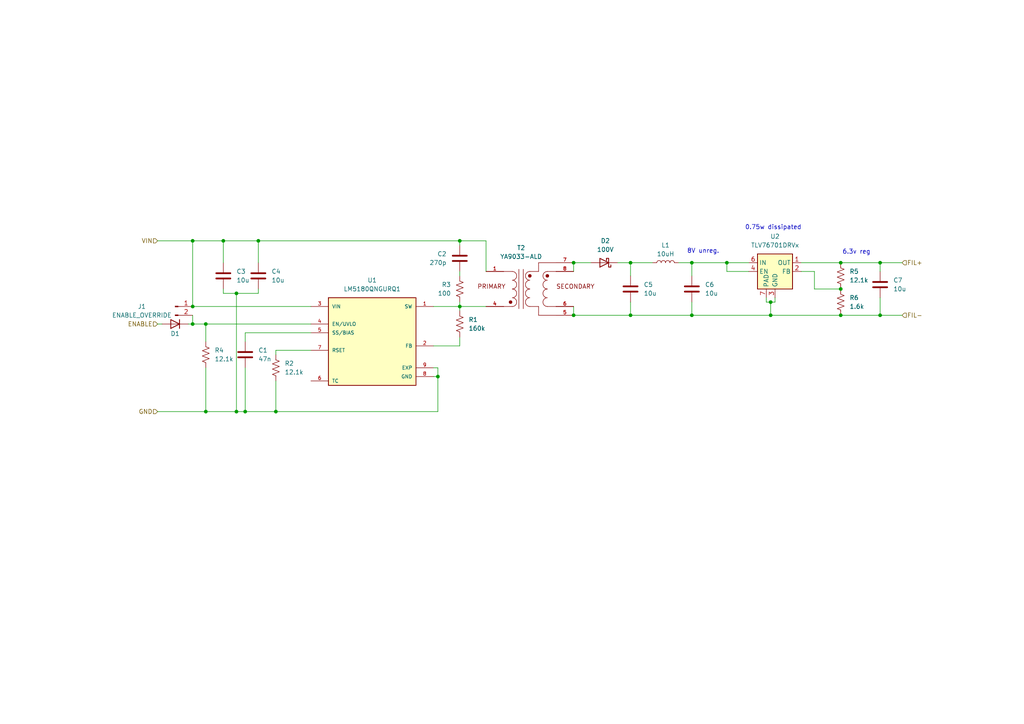
<source format=kicad_sch>
(kicad_sch
	(version 20250114)
	(generator "eeschema")
	(generator_version "9.0")
	(uuid "7f0a9940-897a-42ec-96df-440a0ae29949")
	(paper "A4")
	(lib_symbols
		(symbol "Connector:Conn_01x02_Pin"
			(pin_names
				(offset 1.016)
				(hide yes)
			)
			(exclude_from_sim no)
			(in_bom yes)
			(on_board yes)
			(property "Reference" "J"
				(at 0 2.54 0)
				(effects
					(font
						(size 1.27 1.27)
					)
				)
			)
			(property "Value" "Conn_01x02_Pin"
				(at 0 -5.08 0)
				(effects
					(font
						(size 1.27 1.27)
					)
				)
			)
			(property "Footprint" ""
				(at 0 0 0)
				(effects
					(font
						(size 1.27 1.27)
					)
					(hide yes)
				)
			)
			(property "Datasheet" "~"
				(at 0 0 0)
				(effects
					(font
						(size 1.27 1.27)
					)
					(hide yes)
				)
			)
			(property "Description" "Generic connector, single row, 01x02, script generated"
				(at 0 0 0)
				(effects
					(font
						(size 1.27 1.27)
					)
					(hide yes)
				)
			)
			(property "ki_locked" ""
				(at 0 0 0)
				(effects
					(font
						(size 1.27 1.27)
					)
				)
			)
			(property "ki_keywords" "connector"
				(at 0 0 0)
				(effects
					(font
						(size 1.27 1.27)
					)
					(hide yes)
				)
			)
			(property "ki_fp_filters" "Connector*:*_1x??_*"
				(at 0 0 0)
				(effects
					(font
						(size 1.27 1.27)
					)
					(hide yes)
				)
			)
			(symbol "Conn_01x02_Pin_1_1"
				(rectangle
					(start 0.8636 0.127)
					(end 0 -0.127)
					(stroke
						(width 0.1524)
						(type default)
					)
					(fill
						(type outline)
					)
				)
				(rectangle
					(start 0.8636 -2.413)
					(end 0 -2.667)
					(stroke
						(width 0.1524)
						(type default)
					)
					(fill
						(type outline)
					)
				)
				(polyline
					(pts
						(xy 1.27 0) (xy 0.8636 0)
					)
					(stroke
						(width 0.1524)
						(type default)
					)
					(fill
						(type none)
					)
				)
				(polyline
					(pts
						(xy 1.27 -2.54) (xy 0.8636 -2.54)
					)
					(stroke
						(width 0.1524)
						(type default)
					)
					(fill
						(type none)
					)
				)
				(pin passive line
					(at 5.08 0 180)
					(length 3.81)
					(name "Pin_1"
						(effects
							(font
								(size 1.27 1.27)
							)
						)
					)
					(number "1"
						(effects
							(font
								(size 1.27 1.27)
							)
						)
					)
				)
				(pin passive line
					(at 5.08 -2.54 180)
					(length 3.81)
					(name "Pin_2"
						(effects
							(font
								(size 1.27 1.27)
							)
						)
					)
					(number "2"
						(effects
							(font
								(size 1.27 1.27)
							)
						)
					)
				)
			)
			(embedded_fonts no)
		)
		(symbol "Device:C"
			(pin_numbers
				(hide yes)
			)
			(pin_names
				(offset 0.254)
			)
			(exclude_from_sim no)
			(in_bom yes)
			(on_board yes)
			(property "Reference" "C"
				(at 0.635 2.54 0)
				(effects
					(font
						(size 1.27 1.27)
					)
					(justify left)
				)
			)
			(property "Value" "C"
				(at 0.635 -2.54 0)
				(effects
					(font
						(size 1.27 1.27)
					)
					(justify left)
				)
			)
			(property "Footprint" ""
				(at 0.9652 -3.81 0)
				(effects
					(font
						(size 1.27 1.27)
					)
					(hide yes)
				)
			)
			(property "Datasheet" "~"
				(at 0 0 0)
				(effects
					(font
						(size 1.27 1.27)
					)
					(hide yes)
				)
			)
			(property "Description" "Unpolarized capacitor"
				(at 0 0 0)
				(effects
					(font
						(size 1.27 1.27)
					)
					(hide yes)
				)
			)
			(property "ki_keywords" "cap capacitor"
				(at 0 0 0)
				(effects
					(font
						(size 1.27 1.27)
					)
					(hide yes)
				)
			)
			(property "ki_fp_filters" "C_*"
				(at 0 0 0)
				(effects
					(font
						(size 1.27 1.27)
					)
					(hide yes)
				)
			)
			(symbol "C_0_1"
				(polyline
					(pts
						(xy -2.032 0.762) (xy 2.032 0.762)
					)
					(stroke
						(width 0.508)
						(type default)
					)
					(fill
						(type none)
					)
				)
				(polyline
					(pts
						(xy -2.032 -0.762) (xy 2.032 -0.762)
					)
					(stroke
						(width 0.508)
						(type default)
					)
					(fill
						(type none)
					)
				)
			)
			(symbol "C_1_1"
				(pin passive line
					(at 0 3.81 270)
					(length 2.794)
					(name "~"
						(effects
							(font
								(size 1.27 1.27)
							)
						)
					)
					(number "1"
						(effects
							(font
								(size 1.27 1.27)
							)
						)
					)
				)
				(pin passive line
					(at 0 -3.81 90)
					(length 2.794)
					(name "~"
						(effects
							(font
								(size 1.27 1.27)
							)
						)
					)
					(number "2"
						(effects
							(font
								(size 1.27 1.27)
							)
						)
					)
				)
			)
			(embedded_fonts no)
		)
		(symbol "Device:D"
			(pin_numbers
				(hide yes)
			)
			(pin_names
				(offset 1.016)
				(hide yes)
			)
			(exclude_from_sim no)
			(in_bom yes)
			(on_board yes)
			(property "Reference" "D"
				(at 0 2.54 0)
				(effects
					(font
						(size 1.27 1.27)
					)
				)
			)
			(property "Value" "D"
				(at 0 -2.54 0)
				(effects
					(font
						(size 1.27 1.27)
					)
				)
			)
			(property "Footprint" ""
				(at 0 0 0)
				(effects
					(font
						(size 1.27 1.27)
					)
					(hide yes)
				)
			)
			(property "Datasheet" "~"
				(at 0 0 0)
				(effects
					(font
						(size 1.27 1.27)
					)
					(hide yes)
				)
			)
			(property "Description" "Diode"
				(at 0 0 0)
				(effects
					(font
						(size 1.27 1.27)
					)
					(hide yes)
				)
			)
			(property "Sim.Device" "D"
				(at 0 0 0)
				(effects
					(font
						(size 1.27 1.27)
					)
					(hide yes)
				)
			)
			(property "Sim.Pins" "1=K 2=A"
				(at 0 0 0)
				(effects
					(font
						(size 1.27 1.27)
					)
					(hide yes)
				)
			)
			(property "ki_keywords" "diode"
				(at 0 0 0)
				(effects
					(font
						(size 1.27 1.27)
					)
					(hide yes)
				)
			)
			(property "ki_fp_filters" "TO-???* *_Diode_* *SingleDiode* D_*"
				(at 0 0 0)
				(effects
					(font
						(size 1.27 1.27)
					)
					(hide yes)
				)
			)
			(symbol "D_0_1"
				(polyline
					(pts
						(xy -1.27 1.27) (xy -1.27 -1.27)
					)
					(stroke
						(width 0.254)
						(type default)
					)
					(fill
						(type none)
					)
				)
				(polyline
					(pts
						(xy 1.27 1.27) (xy 1.27 -1.27) (xy -1.27 0) (xy 1.27 1.27)
					)
					(stroke
						(width 0.254)
						(type default)
					)
					(fill
						(type none)
					)
				)
				(polyline
					(pts
						(xy 1.27 0) (xy -1.27 0)
					)
					(stroke
						(width 0)
						(type default)
					)
					(fill
						(type none)
					)
				)
			)
			(symbol "D_1_1"
				(pin passive line
					(at -3.81 0 0)
					(length 2.54)
					(name "K"
						(effects
							(font
								(size 1.27 1.27)
							)
						)
					)
					(number "1"
						(effects
							(font
								(size 1.27 1.27)
							)
						)
					)
				)
				(pin passive line
					(at 3.81 0 180)
					(length 2.54)
					(name "A"
						(effects
							(font
								(size 1.27 1.27)
							)
						)
					)
					(number "2"
						(effects
							(font
								(size 1.27 1.27)
							)
						)
					)
				)
			)
			(embedded_fonts no)
		)
		(symbol "Device:D_Schottky"
			(pin_numbers
				(hide yes)
			)
			(pin_names
				(offset 1.016)
				(hide yes)
			)
			(exclude_from_sim no)
			(in_bom yes)
			(on_board yes)
			(property "Reference" "D"
				(at 0 2.54 0)
				(effects
					(font
						(size 1.27 1.27)
					)
				)
			)
			(property "Value" "D_Schottky"
				(at 0 -2.54 0)
				(effects
					(font
						(size 1.27 1.27)
					)
				)
			)
			(property "Footprint" ""
				(at 0 0 0)
				(effects
					(font
						(size 1.27 1.27)
					)
					(hide yes)
				)
			)
			(property "Datasheet" "~"
				(at 0 0 0)
				(effects
					(font
						(size 1.27 1.27)
					)
					(hide yes)
				)
			)
			(property "Description" "Schottky diode"
				(at 0 0 0)
				(effects
					(font
						(size 1.27 1.27)
					)
					(hide yes)
				)
			)
			(property "ki_keywords" "diode Schottky"
				(at 0 0 0)
				(effects
					(font
						(size 1.27 1.27)
					)
					(hide yes)
				)
			)
			(property "ki_fp_filters" "TO-???* *_Diode_* *SingleDiode* D_*"
				(at 0 0 0)
				(effects
					(font
						(size 1.27 1.27)
					)
					(hide yes)
				)
			)
			(symbol "D_Schottky_0_1"
				(polyline
					(pts
						(xy -1.905 0.635) (xy -1.905 1.27) (xy -1.27 1.27) (xy -1.27 -1.27) (xy -0.635 -1.27) (xy -0.635 -0.635)
					)
					(stroke
						(width 0.254)
						(type default)
					)
					(fill
						(type none)
					)
				)
				(polyline
					(pts
						(xy 1.27 1.27) (xy 1.27 -1.27) (xy -1.27 0) (xy 1.27 1.27)
					)
					(stroke
						(width 0.254)
						(type default)
					)
					(fill
						(type none)
					)
				)
				(polyline
					(pts
						(xy 1.27 0) (xy -1.27 0)
					)
					(stroke
						(width 0)
						(type default)
					)
					(fill
						(type none)
					)
				)
			)
			(symbol "D_Schottky_1_1"
				(pin passive line
					(at -3.81 0 0)
					(length 2.54)
					(name "K"
						(effects
							(font
								(size 1.27 1.27)
							)
						)
					)
					(number "1"
						(effects
							(font
								(size 1.27 1.27)
							)
						)
					)
				)
				(pin passive line
					(at 3.81 0 180)
					(length 2.54)
					(name "A"
						(effects
							(font
								(size 1.27 1.27)
							)
						)
					)
					(number "2"
						(effects
							(font
								(size 1.27 1.27)
							)
						)
					)
				)
			)
			(embedded_fonts no)
		)
		(symbol "Device:L"
			(pin_numbers
				(hide yes)
			)
			(pin_names
				(offset 1.016)
				(hide yes)
			)
			(exclude_from_sim no)
			(in_bom yes)
			(on_board yes)
			(property "Reference" "L"
				(at -1.27 0 90)
				(effects
					(font
						(size 1.27 1.27)
					)
				)
			)
			(property "Value" "L"
				(at 1.905 0 90)
				(effects
					(font
						(size 1.27 1.27)
					)
				)
			)
			(property "Footprint" ""
				(at 0 0 0)
				(effects
					(font
						(size 1.27 1.27)
					)
					(hide yes)
				)
			)
			(property "Datasheet" "~"
				(at 0 0 0)
				(effects
					(font
						(size 1.27 1.27)
					)
					(hide yes)
				)
			)
			(property "Description" "Inductor"
				(at 0 0 0)
				(effects
					(font
						(size 1.27 1.27)
					)
					(hide yes)
				)
			)
			(property "ki_keywords" "inductor choke coil reactor magnetic"
				(at 0 0 0)
				(effects
					(font
						(size 1.27 1.27)
					)
					(hide yes)
				)
			)
			(property "ki_fp_filters" "Choke_* *Coil* Inductor_* L_*"
				(at 0 0 0)
				(effects
					(font
						(size 1.27 1.27)
					)
					(hide yes)
				)
			)
			(symbol "L_0_1"
				(arc
					(start 0 2.54)
					(mid 0.6323 1.905)
					(end 0 1.27)
					(stroke
						(width 0)
						(type default)
					)
					(fill
						(type none)
					)
				)
				(arc
					(start 0 1.27)
					(mid 0.6323 0.635)
					(end 0 0)
					(stroke
						(width 0)
						(type default)
					)
					(fill
						(type none)
					)
				)
				(arc
					(start 0 0)
					(mid 0.6323 -0.635)
					(end 0 -1.27)
					(stroke
						(width 0)
						(type default)
					)
					(fill
						(type none)
					)
				)
				(arc
					(start 0 -1.27)
					(mid 0.6323 -1.905)
					(end 0 -2.54)
					(stroke
						(width 0)
						(type default)
					)
					(fill
						(type none)
					)
				)
			)
			(symbol "L_1_1"
				(pin passive line
					(at 0 3.81 270)
					(length 1.27)
					(name "1"
						(effects
							(font
								(size 1.27 1.27)
							)
						)
					)
					(number "1"
						(effects
							(font
								(size 1.27 1.27)
							)
						)
					)
				)
				(pin passive line
					(at 0 -3.81 90)
					(length 1.27)
					(name "2"
						(effects
							(font
								(size 1.27 1.27)
							)
						)
					)
					(number "2"
						(effects
							(font
								(size 1.27 1.27)
							)
						)
					)
				)
			)
			(embedded_fonts no)
		)
		(symbol "Device:R_US"
			(pin_numbers
				(hide yes)
			)
			(pin_names
				(offset 0)
			)
			(exclude_from_sim no)
			(in_bom yes)
			(on_board yes)
			(property "Reference" "R"
				(at 2.54 0 90)
				(effects
					(font
						(size 1.27 1.27)
					)
				)
			)
			(property "Value" "R_US"
				(at -2.54 0 90)
				(effects
					(font
						(size 1.27 1.27)
					)
				)
			)
			(property "Footprint" ""
				(at 1.016 -0.254 90)
				(effects
					(font
						(size 1.27 1.27)
					)
					(hide yes)
				)
			)
			(property "Datasheet" "~"
				(at 0 0 0)
				(effects
					(font
						(size 1.27 1.27)
					)
					(hide yes)
				)
			)
			(property "Description" "Resistor, US symbol"
				(at 0 0 0)
				(effects
					(font
						(size 1.27 1.27)
					)
					(hide yes)
				)
			)
			(property "ki_keywords" "R res resistor"
				(at 0 0 0)
				(effects
					(font
						(size 1.27 1.27)
					)
					(hide yes)
				)
			)
			(property "ki_fp_filters" "R_*"
				(at 0 0 0)
				(effects
					(font
						(size 1.27 1.27)
					)
					(hide yes)
				)
			)
			(symbol "R_US_0_1"
				(polyline
					(pts
						(xy 0 2.286) (xy 0 2.54)
					)
					(stroke
						(width 0)
						(type default)
					)
					(fill
						(type none)
					)
				)
				(polyline
					(pts
						(xy 0 2.286) (xy 1.016 1.905) (xy 0 1.524) (xy -1.016 1.143) (xy 0 0.762)
					)
					(stroke
						(width 0)
						(type default)
					)
					(fill
						(type none)
					)
				)
				(polyline
					(pts
						(xy 0 0.762) (xy 1.016 0.381) (xy 0 0) (xy -1.016 -0.381) (xy 0 -0.762)
					)
					(stroke
						(width 0)
						(type default)
					)
					(fill
						(type none)
					)
				)
				(polyline
					(pts
						(xy 0 -0.762) (xy 1.016 -1.143) (xy 0 -1.524) (xy -1.016 -1.905) (xy 0 -2.286)
					)
					(stroke
						(width 0)
						(type default)
					)
					(fill
						(type none)
					)
				)
				(polyline
					(pts
						(xy 0 -2.286) (xy 0 -2.54)
					)
					(stroke
						(width 0)
						(type default)
					)
					(fill
						(type none)
					)
				)
			)
			(symbol "R_US_1_1"
				(pin passive line
					(at 0 3.81 270)
					(length 1.27)
					(name "~"
						(effects
							(font
								(size 1.27 1.27)
							)
						)
					)
					(number "1"
						(effects
							(font
								(size 1.27 1.27)
							)
						)
					)
				)
				(pin passive line
					(at 0 -3.81 90)
					(length 1.27)
					(name "~"
						(effects
							(font
								(size 1.27 1.27)
							)
						)
					)
					(number "2"
						(effects
							(font
								(size 1.27 1.27)
							)
						)
					)
				)
			)
			(embedded_fonts no)
		)
		(symbol "LM5180QNGURQ1:LM5180QNGURQ1"
			(pin_names
				(offset 1.016)
			)
			(exclude_from_sim no)
			(in_bom yes)
			(on_board yes)
			(property "Reference" "U"
				(at -12.7 13.97 0)
				(effects
					(font
						(size 1.27 1.27)
					)
					(justify left bottom)
				)
			)
			(property "Value" "LM5180QNGURQ1"
				(at -12.7 -13.97 0)
				(effects
					(font
						(size 1.27 1.27)
					)
					(justify left top)
				)
			)
			(property "Footprint" "LM5180QNGURQ1:SON80P400X400X80-9N"
				(at 0 0 0)
				(effects
					(font
						(size 1.27 1.27)
					)
					(justify bottom)
					(hide yes)
				)
			)
			(property "Datasheet" ""
				(at 0 0 0)
				(effects
					(font
						(size 1.27 1.27)
					)
					(hide yes)
				)
			)
			(property "Description" ""
				(at 0 0 0)
				(effects
					(font
						(size 1.27 1.27)
					)
					(hide yes)
				)
			)
			(property "MF" "Texas Instruments"
				(at 0 0 0)
				(effects
					(font
						(size 1.27 1.27)
					)
					(justify bottom)
					(hide yes)
				)
			)
			(property "MAXIMUM_PACKAGE_HEIGHT" "0.8 mm"
				(at 0 0 0)
				(effects
					(font
						(size 1.27 1.27)
					)
					(justify bottom)
					(hide yes)
				)
			)
			(property "Package" "WSON-8 Texas Instruments"
				(at 0 0 0)
				(effects
					(font
						(size 1.27 1.27)
					)
					(justify bottom)
					(hide yes)
				)
			)
			(property "Price" "None"
				(at 0 0 0)
				(effects
					(font
						(size 1.27 1.27)
					)
					(justify bottom)
					(hide yes)
				)
			)
			(property "Check_prices" "https://www.snapeda.com/parts/LM5180QNGURQ1/Texas+Instruments/view-part/?ref=eda"
				(at 0 0 0)
				(effects
					(font
						(size 1.27 1.27)
					)
					(justify bottom)
					(hide yes)
				)
			)
			(property "STANDARD" "IPC 7351B"
				(at 0 0 0)
				(effects
					(font
						(size 1.27 1.27)
					)
					(justify bottom)
					(hide yes)
				)
			)
			(property "PARTREV" "A"
				(at 0 0 0)
				(effects
					(font
						(size 1.27 1.27)
					)
					(justify bottom)
					(hide yes)
				)
			)
			(property "SnapEDA_Link" "https://www.snapeda.com/parts/LM5180QNGURQ1/Texas+Instruments/view-part/?ref=snap"
				(at 0 0 0)
				(effects
					(font
						(size 1.27 1.27)
					)
					(justify bottom)
					(hide yes)
				)
			)
			(property "MP" "LM5180QNGURQ1"
				(at 0 0 0)
				(effects
					(font
						(size 1.27 1.27)
					)
					(justify bottom)
					(hide yes)
				)
			)
			(property "Description_1" "\n                        \n                            Automotive 65-VIN no-opto flyback converter with 100-V, 1.5-A integrated MOSFET\n                        \n"
				(at 0 0 0)
				(effects
					(font
						(size 1.27 1.27)
					)
					(justify bottom)
					(hide yes)
				)
			)
			(property "Availability" "In Stock"
				(at 0 0 0)
				(effects
					(font
						(size 1.27 1.27)
					)
					(justify bottom)
					(hide yes)
				)
			)
			(property "MANUFACTURER" "Texas Instruments"
				(at 0 0 0)
				(effects
					(font
						(size 1.27 1.27)
					)
					(justify bottom)
					(hide yes)
				)
			)
			(symbol "LM5180QNGURQ1_0_0"
				(rectangle
					(start -12.7 -12.7)
					(end 12.7 12.7)
					(stroke
						(width 0.254)
						(type default)
					)
					(fill
						(type background)
					)
				)
				(pin input line
					(at -17.78 10.16 0)
					(length 5.08)
					(name "VIN"
						(effects
							(font
								(size 1.016 1.016)
							)
						)
					)
					(number "3"
						(effects
							(font
								(size 1.016 1.016)
							)
						)
					)
				)
				(pin input line
					(at -17.78 5.08 0)
					(length 5.08)
					(name "EN/UVLO"
						(effects
							(font
								(size 1.016 1.016)
							)
						)
					)
					(number "4"
						(effects
							(font
								(size 1.016 1.016)
							)
						)
					)
				)
				(pin input line
					(at -17.78 2.54 0)
					(length 5.08)
					(name "SS/BIAS"
						(effects
							(font
								(size 1.016 1.016)
							)
						)
					)
					(number "5"
						(effects
							(font
								(size 1.016 1.016)
							)
						)
					)
				)
				(pin passive line
					(at -17.78 -2.54 0)
					(length 5.08)
					(name "RSET"
						(effects
							(font
								(size 1.016 1.016)
							)
						)
					)
					(number "7"
						(effects
							(font
								(size 1.016 1.016)
							)
						)
					)
				)
				(pin passive line
					(at -17.78 -11.43 0)
					(length 5.08)
					(name "TC"
						(effects
							(font
								(size 1.016 1.016)
							)
						)
					)
					(number "6"
						(effects
							(font
								(size 1.016 1.016)
							)
						)
					)
				)
				(pin output line
					(at 17.78 10.16 180)
					(length 5.08)
					(name "SW"
						(effects
							(font
								(size 1.016 1.016)
							)
						)
					)
					(number "1"
						(effects
							(font
								(size 1.016 1.016)
							)
						)
					)
				)
				(pin input line
					(at 17.78 -1.27 180)
					(length 5.08)
					(name "FB"
						(effects
							(font
								(size 1.016 1.016)
							)
						)
					)
					(number "2"
						(effects
							(font
								(size 1.016 1.016)
							)
						)
					)
				)
				(pin power_in line
					(at 17.78 -7.62 180)
					(length 5.08)
					(name "EXP"
						(effects
							(font
								(size 1.016 1.016)
							)
						)
					)
					(number "9"
						(effects
							(font
								(size 1.016 1.016)
							)
						)
					)
				)
				(pin power_in line
					(at 17.78 -10.16 180)
					(length 5.08)
					(name "GND"
						(effects
							(font
								(size 1.016 1.016)
							)
						)
					)
					(number "8"
						(effects
							(font
								(size 1.016 1.016)
							)
						)
					)
				)
			)
			(embedded_fonts no)
		)
		(symbol "Regulator_Linear:TLV76701DRVx"
			(exclude_from_sim no)
			(in_bom yes)
			(on_board yes)
			(property "Reference" "U"
				(at 0 8.89 0)
				(effects
					(font
						(size 1.27 1.27)
					)
				)
			)
			(property "Value" "TLV76701DRVx"
				(at 0 6.35 0)
				(effects
					(font
						(size 1.27 1.27)
					)
				)
			)
			(property "Footprint" "Package_SON:WSON-6-1EP_2x2mm_P0.65mm_EP1x1.6mm_ThermalVias"
				(at 0 11.43 0)
				(effects
					(font
						(size 1.27 1.27)
					)
					(hide yes)
				)
			)
			(property "Datasheet" "www.ti.com/lit/gpn/TLV767"
				(at -1.27 0 0)
				(effects
					(font
						(size 1.27 1.27)
					)
					(hide yes)
				)
			)
			(property "Description" "1A, 16V Precision Linear Voltage Regulator, with enable pin, Adjustable Output 0.8-13.6V, WSON-6"
				(at 0 0 0)
				(effects
					(font
						(size 1.27 1.27)
					)
					(hide yes)
				)
			)
			(property "ki_keywords" "1A, 16V Precision Linear Voltage Regulator"
				(at 0 0 0)
				(effects
					(font
						(size 1.27 1.27)
					)
					(hide yes)
				)
			)
			(property "ki_fp_filters" "WSON*1EP*2x2mm*P0.65*"
				(at 0 0 0)
				(effects
					(font
						(size 1.27 1.27)
					)
					(hide yes)
				)
			)
			(symbol "TLV76701DRVx_0_1"
				(rectangle
					(start -5.08 -5.08)
					(end 5.08 5.08)
					(stroke
						(width 0.254)
						(type default)
					)
					(fill
						(type background)
					)
				)
			)
			(symbol "TLV76701DRVx_1_1"
				(pin power_in line
					(at -7.62 2.54 0)
					(length 2.54)
					(name "IN"
						(effects
							(font
								(size 1.27 1.27)
							)
						)
					)
					(number "6"
						(effects
							(font
								(size 1.27 1.27)
							)
						)
					)
				)
				(pin input line
					(at -7.62 0 0)
					(length 2.54)
					(name "EN"
						(effects
							(font
								(size 1.27 1.27)
							)
						)
					)
					(number "4"
						(effects
							(font
								(size 1.27 1.27)
							)
						)
					)
				)
				(pin passive line
					(at -2.54 -7.62 90)
					(length 2.54)
					(name "PAD"
						(effects
							(font
								(size 1.27 1.27)
							)
						)
					)
					(number "7"
						(effects
							(font
								(size 1.27 1.27)
							)
						)
					)
				)
				(pin power_in line
					(at 0 -7.62 90)
					(length 2.54)
					(name "GND"
						(effects
							(font
								(size 1.27 1.27)
							)
						)
					)
					(number "3"
						(effects
							(font
								(size 1.27 1.27)
							)
						)
					)
				)
				(pin passive line
					(at 0 -7.62 90)
					(length 2.54)
					(hide yes)
					(name "GND"
						(effects
							(font
								(size 1.27 1.27)
							)
						)
					)
					(number "5"
						(effects
							(font
								(size 1.27 1.27)
							)
						)
					)
				)
				(pin power_out line
					(at 7.62 2.54 180)
					(length 2.54)
					(name "OUT"
						(effects
							(font
								(size 1.27 1.27)
							)
						)
					)
					(number "1"
						(effects
							(font
								(size 1.27 1.27)
							)
						)
					)
				)
				(pin input line
					(at 7.62 0 180)
					(length 2.54)
					(name "FB"
						(effects
							(font
								(size 1.27 1.27)
							)
						)
					)
					(number "2"
						(effects
							(font
								(size 1.27 1.27)
							)
						)
					)
				)
			)
			(embedded_fonts no)
		)
		(symbol "YA9033-ALD:YA9033-ALD"
			(pin_names
				(offset 1.016)
			)
			(exclude_from_sim no)
			(in_bom yes)
			(on_board yes)
			(property "Reference" "T"
				(at -5.0839 10.1679 0)
				(effects
					(font
						(size 1.27 1.27)
					)
					(justify left bottom)
				)
			)
			(property "Value" "YA9033-ALD"
				(at -5.0814 -10.1627 0)
				(effects
					(font
						(size 1.27 1.27)
					)
					(justify left bottom)
				)
			)
			(property "Footprint" "YA9033-ALD:XFMR_YA9033-ALD"
				(at 0 0 0)
				(effects
					(font
						(size 1.27 1.27)
					)
					(justify bottom)
					(hide yes)
				)
			)
			(property "Datasheet" ""
				(at 0 0 0)
				(effects
					(font
						(size 1.27 1.27)
					)
					(hide yes)
				)
			)
			(property "Description" ""
				(at 0 0 0)
				(effects
					(font
						(size 1.27 1.27)
					)
					(hide yes)
				)
			)
			(property "MF" "Coilcraft"
				(at 0 0 0)
				(effects
					(font
						(size 1.27 1.27)
					)
					(justify bottom)
					(hide yes)
				)
			)
			(property "MAXIMUM_PACKAGE_HEIGHT" "10.60mm"
				(at 0 0 0)
				(effects
					(font
						(size 1.27 1.27)
					)
					(justify bottom)
					(hide yes)
				)
			)
			(property "Package" "None"
				(at 0 0 0)
				(effects
					(font
						(size 1.27 1.27)
					)
					(justify bottom)
					(hide yes)
				)
			)
			(property "Price" "None"
				(at 0 0 0)
				(effects
					(font
						(size 1.27 1.27)
					)
					(justify bottom)
					(hide yes)
				)
			)
			(property "Check_prices" "https://www.snapeda.com/parts/YA9033-ALD/Coilcraft/view-part/?ref=eda"
				(at 0 0 0)
				(effects
					(font
						(size 1.27 1.27)
					)
					(justify bottom)
					(hide yes)
				)
			)
			(property "STANDARD" "Manufacturer Recommendations"
				(at 0 0 0)
				(effects
					(font
						(size 1.27 1.27)
					)
					(justify bottom)
					(hide yes)
				)
			)
			(property "PARTREV" "05/12/21"
				(at 0 0 0)
				(effects
					(font
						(size 1.27 1.27)
					)
					(justify bottom)
					(hide yes)
				)
			)
			(property "SnapEDA_Link" "https://www.snapeda.com/parts/YA9033-ALD/Coilcraft/view-part/?ref=snap"
				(at 0 0 0)
				(effects
					(font
						(size 1.27 1.27)
					)
					(justify bottom)
					(hide yes)
				)
			)
			(property "MP" "YA9033-ALD"
				(at 0 0 0)
				(effects
					(font
						(size 1.27 1.27)
					)
					(justify bottom)
					(hide yes)
				)
			)
			(property "Description_1" "Flyback Converters For For DC/DC Converters SMPS Transformer 1500Vrms Isolation 300kHz Surface Mount"
				(at 0 0 0)
				(effects
					(font
						(size 1.27 1.27)
					)
					(justify bottom)
					(hide yes)
				)
			)
			(property "Availability" "In Stock"
				(at 0 0 0)
				(effects
					(font
						(size 1.27 1.27)
					)
					(justify bottom)
					(hide yes)
				)
			)
			(property "MANUFACTURER" "Coilcraft"
				(at 0 0 0)
				(effects
					(font
						(size 1.27 1.27)
					)
					(justify bottom)
					(hide yes)
				)
			)
			(symbol "YA9033-ALD_0_0"
				(circle
					(center -3.048 -3.81)
					(radius 0.254)
					(stroke
						(width 0.508)
						(type default)
					)
					(fill
						(type none)
					)
				)
				(arc
					(start -2.54 5.08)
					(mid -1.2755 3.81)
					(end -2.54 2.54)
					(stroke
						(width 0.1524)
						(type default)
					)
					(fill
						(type none)
					)
				)
				(arc
					(start -2.54 2.54)
					(mid -1.2755 1.27)
					(end -2.54 0)
					(stroke
						(width 0.1524)
						(type default)
					)
					(fill
						(type none)
					)
				)
				(arc
					(start -2.54 0)
					(mid -1.2755 -1.27)
					(end -2.54 -2.54)
					(stroke
						(width 0.1524)
						(type default)
					)
					(fill
						(type none)
					)
				)
				(arc
					(start -2.54 -2.54)
					(mid -1.2755 -3.81)
					(end -2.54 -5.08)
					(stroke
						(width 0.1524)
						(type default)
					)
					(fill
						(type none)
					)
				)
				(polyline
					(pts
						(xy -2.54 5.08) (xy -5.08 5.08)
					)
					(stroke
						(width 0.1524)
						(type default)
					)
					(fill
						(type none)
					)
				)
				(polyline
					(pts
						(xy -2.54 -5.08) (xy -5.08 -5.08)
					)
					(stroke
						(width 0.1524)
						(type default)
					)
					(fill
						(type none)
					)
				)
				(polyline
					(pts
						(xy -0.635 5.715) (xy -0.635 -5.715)
					)
					(stroke
						(width 0.1524)
						(type default)
					)
					(fill
						(type none)
					)
				)
				(polyline
					(pts
						(xy 0.635 5.715) (xy 0.635 -5.715)
					)
					(stroke
						(width 0.1524)
						(type default)
					)
					(fill
						(type none)
					)
				)
				(polyline
					(pts
						(xy 2.54 5.08) (xy 5.08 5.08)
					)
					(stroke
						(width 0.1524)
						(type default)
					)
					(fill
						(type none)
					)
				)
				(circle
					(center 2.54 3.81)
					(radius 0.254)
					(stroke
						(width 0.508)
						(type default)
					)
					(fill
						(type none)
					)
				)
				(polyline
					(pts
						(xy 2.54 -5.08) (xy 5.08 -5.08)
					)
					(stroke
						(width 0.1524)
						(type default)
					)
					(fill
						(type none)
					)
				)
				(arc
					(start 2.54 2.54)
					(mid 1.2755 3.81)
					(end 2.54 5.08)
					(stroke
						(width 0.1524)
						(type default)
					)
					(fill
						(type none)
					)
				)
				(arc
					(start 2.54 0)
					(mid 1.2755 1.27)
					(end 2.54 2.54)
					(stroke
						(width 0.1524)
						(type default)
					)
					(fill
						(type none)
					)
				)
				(arc
					(start 2.54 -2.54)
					(mid 1.2755 -1.27)
					(end 2.54 0)
					(stroke
						(width 0.1524)
						(type default)
					)
					(fill
						(type none)
					)
				)
				(arc
					(start 2.54 -5.08)
					(mid 1.2755 -3.81)
					(end 2.54 -2.54)
					(stroke
						(width 0.1524)
						(type default)
					)
					(fill
						(type none)
					)
				)
				(polyline
					(pts
						(xy 5.08 7.62) (xy 10.16 7.62)
					)
					(stroke
						(width 0.1524)
						(type default)
					)
					(fill
						(type none)
					)
				)
				(polyline
					(pts
						(xy 5.08 5.08) (xy 5.08 7.62)
					)
					(stroke
						(width 0.1524)
						(type default)
					)
					(fill
						(type none)
					)
				)
				(polyline
					(pts
						(xy 5.08 -5.08) (xy 5.08 -7.62)
					)
					(stroke
						(width 0.1524)
						(type default)
					)
					(fill
						(type none)
					)
				)
				(polyline
					(pts
						(xy 5.08 -7.62) (xy 10.16 -7.62)
					)
					(stroke
						(width 0.1524)
						(type default)
					)
					(fill
						(type none)
					)
				)
				(polyline
					(pts
						(xy 7.62 5.08) (xy 10.16 5.08)
					)
					(stroke
						(width 0.1524)
						(type default)
					)
					(fill
						(type none)
					)
				)
				(circle
					(center 7.62 3.81)
					(radius 0.254)
					(stroke
						(width 0.508)
						(type default)
					)
					(fill
						(type none)
					)
				)
				(polyline
					(pts
						(xy 7.62 -5.08) (xy 10.16 -5.08)
					)
					(stroke
						(width 0.1524)
						(type default)
					)
					(fill
						(type none)
					)
				)
				(arc
					(start 7.62 2.54)
					(mid 6.3555 3.81)
					(end 7.62 5.08)
					(stroke
						(width 0.1524)
						(type default)
					)
					(fill
						(type none)
					)
				)
				(arc
					(start 7.62 0)
					(mid 6.3555 1.27)
					(end 7.62 2.54)
					(stroke
						(width 0.1524)
						(type default)
					)
					(fill
						(type none)
					)
				)
				(arc
					(start 7.62 -2.54)
					(mid 6.3555 -1.27)
					(end 7.62 0)
					(stroke
						(width 0.1524)
						(type default)
					)
					(fill
						(type none)
					)
				)
				(arc
					(start 7.62 -5.08)
					(mid 6.3555 -3.81)
					(end 7.62 -2.54)
					(stroke
						(width 0.1524)
						(type default)
					)
					(fill
						(type none)
					)
				)
				(text "PRIMARY"
					(at -12.7 0 0)
					(effects
						(font
							(size 1.27 1.27)
						)
						(justify left bottom)
					)
				)
				(text "SECONDARY"
					(at 10.16 0 0)
					(effects
						(font
							(size 1.27 1.27)
						)
						(justify left bottom)
					)
				)
				(pin passive line
					(at -10.16 5.08 0)
					(length 5.08)
					(name "~"
						(effects
							(font
								(size 1.016 1.016)
							)
						)
					)
					(number "1"
						(effects
							(font
								(size 1.016 1.016)
							)
						)
					)
				)
				(pin passive line
					(at -10.16 -5.08 0)
					(length 5.08)
					(name "~"
						(effects
							(font
								(size 1.016 1.016)
							)
						)
					)
					(number "4"
						(effects
							(font
								(size 1.016 1.016)
							)
						)
					)
				)
				(pin passive line
					(at 15.24 7.62 180)
					(length 5.08)
					(name "~"
						(effects
							(font
								(size 1.016 1.016)
							)
						)
					)
					(number "7"
						(effects
							(font
								(size 1.016 1.016)
							)
						)
					)
				)
				(pin passive line
					(at 15.24 5.08 180)
					(length 5.08)
					(name "~"
						(effects
							(font
								(size 1.016 1.016)
							)
						)
					)
					(number "8"
						(effects
							(font
								(size 1.016 1.016)
							)
						)
					)
				)
				(pin passive line
					(at 15.24 -5.08 180)
					(length 5.08)
					(name "~"
						(effects
							(font
								(size 1.016 1.016)
							)
						)
					)
					(number "6"
						(effects
							(font
								(size 1.016 1.016)
							)
						)
					)
				)
				(pin passive line
					(at 15.24 -7.62 180)
					(length 5.08)
					(name "~"
						(effects
							(font
								(size 1.016 1.016)
							)
						)
					)
					(number "5"
						(effects
							(font
								(size 1.016 1.016)
							)
						)
					)
				)
			)
			(embedded_fonts no)
		)
	)
	(text "6.3v reg"
		(exclude_from_sim no)
		(at 248.412 73.152 0)
		(effects
			(font
				(size 1.27 1.27)
			)
		)
		(uuid "51c23175-f4b8-4a28-aa5c-50e6dcc0a0f2")
	)
	(text "0.75w dissipated\n"
		(exclude_from_sim no)
		(at 224.282 66.04 0)
		(effects
			(font
				(size 1.27 1.27)
			)
		)
		(uuid "5d3c05eb-ab42-41cf-8e57-1ec53b18ef80")
	)
	(text "8V unreg.\n"
		(exclude_from_sim no)
		(at 203.962 72.898 0)
		(effects
			(font
				(size 1.27 1.27)
			)
		)
		(uuid "a8fa6293-109a-42ea-b129-e9e2d3b3fb96")
	)
	(junction
		(at 223.52 91.44)
		(diameter 0)
		(color 0 0 0 0)
		(uuid "00a3628b-5e24-4e24-8da8-41a6cc851586")
	)
	(junction
		(at 68.58 119.38)
		(diameter 0)
		(color 0 0 0 0)
		(uuid "13b88722-65b1-400c-bb15-8a52b2f1afd1")
	)
	(junction
		(at 74.93 69.85)
		(diameter 0)
		(color 0 0 0 0)
		(uuid "1471a6d1-25b5-4303-a2d5-8aca3aef0768")
	)
	(junction
		(at 243.84 76.2)
		(diameter 0)
		(color 0 0 0 0)
		(uuid "1c873cf6-6c24-4458-a6d5-7d441f57d810")
	)
	(junction
		(at 255.27 76.2)
		(diameter 0)
		(color 0 0 0 0)
		(uuid "2622604e-9a94-451b-ad65-88b74907c56c")
	)
	(junction
		(at 59.69 93.98)
		(diameter 0)
		(color 0 0 0 0)
		(uuid "34bcd252-dfbc-4a1c-a839-34c44792a934")
	)
	(junction
		(at 64.77 69.85)
		(diameter 0)
		(color 0 0 0 0)
		(uuid "3bfb88c2-9bae-47a9-9489-f4b11da31efa")
	)
	(junction
		(at 243.84 83.82)
		(diameter 0)
		(color 0 0 0 0)
		(uuid "3cd54fbc-accc-4de3-843a-285d5544165a")
	)
	(junction
		(at 55.88 88.9)
		(diameter 0)
		(color 0 0 0 0)
		(uuid "415abfe5-dd11-42d1-96ab-4b173b263263")
	)
	(junction
		(at 200.66 76.2)
		(diameter 0)
		(color 0 0 0 0)
		(uuid "47beeb26-8fdd-4d15-8f87-2605903a1e6c")
	)
	(junction
		(at 55.88 69.85)
		(diameter 0)
		(color 0 0 0 0)
		(uuid "5605e2ef-3cfa-4aa7-90d4-99291ef771e0")
	)
	(junction
		(at 55.88 93.98)
		(diameter 0)
		(color 0 0 0 0)
		(uuid "5dfe30a0-234c-47a2-8e72-3a413b79ed72")
	)
	(junction
		(at 166.37 91.44)
		(diameter 0)
		(color 0 0 0 0)
		(uuid "6843f5d7-b872-455e-a4eb-bb6019bdf53c")
	)
	(junction
		(at 223.52 87.63)
		(diameter 0)
		(color 0 0 0 0)
		(uuid "702f82ad-442e-469b-b4f5-c1f46aabb7f3")
	)
	(junction
		(at 127 109.22)
		(diameter 0)
		(color 0 0 0 0)
		(uuid "73e37602-f00b-4ffa-99ef-61b9c2caad81")
	)
	(junction
		(at 210.82 76.2)
		(diameter 0)
		(color 0 0 0 0)
		(uuid "7b34c7be-f1cd-4b98-9d40-12a8e9ed9260")
	)
	(junction
		(at 255.27 91.44)
		(diameter 0)
		(color 0 0 0 0)
		(uuid "87e3846a-3e87-4698-ab13-04f4b94b0227")
	)
	(junction
		(at 182.88 76.2)
		(diameter 0)
		(color 0 0 0 0)
		(uuid "9911fa74-50d3-437c-8e36-c9c72b33ae03")
	)
	(junction
		(at 166.37 76.2)
		(diameter 0)
		(color 0 0 0 0)
		(uuid "a8143eec-c49c-4a8b-af74-e0b15e17cf20")
	)
	(junction
		(at 59.69 119.38)
		(diameter 0)
		(color 0 0 0 0)
		(uuid "adaba8df-23c0-490a-901d-0ef8b103db06")
	)
	(junction
		(at 200.66 91.44)
		(diameter 0)
		(color 0 0 0 0)
		(uuid "b9ad9697-fa24-4a82-84b0-5210fd0c96b1")
	)
	(junction
		(at 133.35 69.85)
		(diameter 0)
		(color 0 0 0 0)
		(uuid "bbd872fe-a233-4682-a61c-dd856b625e77")
	)
	(junction
		(at 68.58 85.09)
		(diameter 0)
		(color 0 0 0 0)
		(uuid "ca13282e-da18-4860-9fe1-764398649685")
	)
	(junction
		(at 133.35 88.9)
		(diameter 0)
		(color 0 0 0 0)
		(uuid "cf7e32ad-54a2-414e-a7f8-b0889764e9de")
	)
	(junction
		(at 80.01 119.38)
		(diameter 0)
		(color 0 0 0 0)
		(uuid "d8eed7a6-3da7-4626-9766-217ea9389c6b")
	)
	(junction
		(at 243.84 91.44)
		(diameter 0)
		(color 0 0 0 0)
		(uuid "e21e7d10-1dbb-48db-abcf-799501c752f4")
	)
	(junction
		(at 71.12 119.38)
		(diameter 0)
		(color 0 0 0 0)
		(uuid "eae4544c-44bc-46c2-b1fa-28baf00beee2")
	)
	(junction
		(at 182.88 91.44)
		(diameter 0)
		(color 0 0 0 0)
		(uuid "f3a5007d-86e7-4298-b874-a0bd1adb3940")
	)
	(wire
		(pts
			(xy 64.77 69.85) (xy 64.77 76.2)
		)
		(stroke
			(width 0)
			(type default)
		)
		(uuid "010caaf5-9463-4982-9f64-08e2c6892d71")
	)
	(wire
		(pts
			(xy 140.97 69.85) (xy 133.35 69.85)
		)
		(stroke
			(width 0)
			(type default)
		)
		(uuid "04aa7ef1-7c6d-4d96-b1ec-85677595e4cd")
	)
	(wire
		(pts
			(xy 255.27 86.36) (xy 255.27 91.44)
		)
		(stroke
			(width 0)
			(type default)
		)
		(uuid "051fad0b-f3f6-4fbe-ab82-105c6b91f60e")
	)
	(wire
		(pts
			(xy 127 106.68) (xy 127 109.22)
		)
		(stroke
			(width 0)
			(type default)
		)
		(uuid "07db9a74-c67c-4ca3-b419-0e75cc622af1")
	)
	(wire
		(pts
			(xy 166.37 91.44) (xy 182.88 91.44)
		)
		(stroke
			(width 0)
			(type default)
		)
		(uuid "0981ad47-22e0-41e4-b09a-0f2c2f896505")
	)
	(wire
		(pts
			(xy 90.17 96.52) (xy 71.12 96.52)
		)
		(stroke
			(width 0)
			(type default)
		)
		(uuid "0b574be8-12cb-4e6b-8078-cbf7aaad1f62")
	)
	(wire
		(pts
			(xy 74.93 83.82) (xy 74.93 85.09)
		)
		(stroke
			(width 0)
			(type default)
		)
		(uuid "0db01e4c-99d2-4516-9952-7a60103c63e6")
	)
	(wire
		(pts
			(xy 74.93 69.85) (xy 74.93 76.2)
		)
		(stroke
			(width 0)
			(type default)
		)
		(uuid "108c7abb-2578-4a96-91a6-a727114fa026")
	)
	(wire
		(pts
			(xy 127 109.22) (xy 127 119.38)
		)
		(stroke
			(width 0)
			(type default)
		)
		(uuid "1294a0a1-9e98-4c49-906f-072dada5cdea")
	)
	(wire
		(pts
			(xy 232.41 76.2) (xy 243.84 76.2)
		)
		(stroke
			(width 0)
			(type default)
		)
		(uuid "138ec899-1d7d-42d3-85c0-1bcf56f472ee")
	)
	(wire
		(pts
			(xy 125.73 88.9) (xy 133.35 88.9)
		)
		(stroke
			(width 0)
			(type default)
		)
		(uuid "173848ce-d341-461f-9515-3329c31afe6a")
	)
	(wire
		(pts
			(xy 125.73 106.68) (xy 127 106.68)
		)
		(stroke
			(width 0)
			(type default)
		)
		(uuid "180ce2c2-6f4a-4dee-be39-2d475fbc2186")
	)
	(wire
		(pts
			(xy 224.79 86.36) (xy 224.79 87.63)
		)
		(stroke
			(width 0)
			(type default)
		)
		(uuid "2a0915c3-1503-4f77-8932-59fdefb68b20")
	)
	(wire
		(pts
			(xy 71.12 96.52) (xy 71.12 99.06)
		)
		(stroke
			(width 0)
			(type default)
		)
		(uuid "2a3613cd-cc69-435c-b55c-258cc1ac5330")
	)
	(wire
		(pts
			(xy 125.73 109.22) (xy 127 109.22)
		)
		(stroke
			(width 0)
			(type default)
		)
		(uuid "2d41e344-fae7-4038-8141-298ccbf517e1")
	)
	(wire
		(pts
			(xy 68.58 85.09) (xy 68.58 119.38)
		)
		(stroke
			(width 0)
			(type default)
		)
		(uuid "332bc8a9-6dd6-4636-9aa5-93e9c3c35570")
	)
	(wire
		(pts
			(xy 59.69 93.98) (xy 55.88 93.98)
		)
		(stroke
			(width 0)
			(type default)
		)
		(uuid "3c1fae4d-88b2-4502-90be-a488c300cb4b")
	)
	(wire
		(pts
			(xy 74.93 85.09) (xy 68.58 85.09)
		)
		(stroke
			(width 0)
			(type default)
		)
		(uuid "3f5b2e16-8f6c-444a-8096-424d0b4a0e9d")
	)
	(wire
		(pts
			(xy 68.58 119.38) (xy 71.12 119.38)
		)
		(stroke
			(width 0)
			(type default)
		)
		(uuid "4565f7dd-a095-4ea3-b5c7-f8561bbfd2aa")
	)
	(wire
		(pts
			(xy 166.37 88.9) (xy 166.37 91.44)
		)
		(stroke
			(width 0)
			(type default)
		)
		(uuid "46eeaa7f-3130-4fe1-929a-86a63fec5f4b")
	)
	(wire
		(pts
			(xy 133.35 87.63) (xy 133.35 88.9)
		)
		(stroke
			(width 0)
			(type default)
		)
		(uuid "48454100-4f75-4853-9e3b-d55ead043292")
	)
	(wire
		(pts
			(xy 200.66 91.44) (xy 200.66 87.63)
		)
		(stroke
			(width 0)
			(type default)
		)
		(uuid "49fca510-a88b-44a5-a3ba-e99aa3386734")
	)
	(wire
		(pts
			(xy 182.88 80.01) (xy 182.88 76.2)
		)
		(stroke
			(width 0)
			(type default)
		)
		(uuid "4a77bf44-e7b5-43da-a1fc-3f7a337c024d")
	)
	(wire
		(pts
			(xy 74.93 69.85) (xy 64.77 69.85)
		)
		(stroke
			(width 0)
			(type default)
		)
		(uuid "4afbdae6-979f-40fe-8152-f0df2383c66b")
	)
	(wire
		(pts
			(xy 55.88 88.9) (xy 90.17 88.9)
		)
		(stroke
			(width 0)
			(type default)
		)
		(uuid "57fb4f4a-7dac-4850-9719-142605c28885")
	)
	(wire
		(pts
			(xy 182.88 76.2) (xy 189.23 76.2)
		)
		(stroke
			(width 0)
			(type default)
		)
		(uuid "61808290-8704-45a2-8ab9-574898116d25")
	)
	(wire
		(pts
			(xy 217.17 78.74) (xy 210.82 78.74)
		)
		(stroke
			(width 0)
			(type default)
		)
		(uuid "64fc7afa-ff0d-4330-bdfb-ceb942820a47")
	)
	(wire
		(pts
			(xy 54.61 93.98) (xy 55.88 93.98)
		)
		(stroke
			(width 0)
			(type default)
		)
		(uuid "6c450f59-4766-44c0-ae88-d06879a5b8af")
	)
	(wire
		(pts
			(xy 255.27 76.2) (xy 255.27 78.74)
		)
		(stroke
			(width 0)
			(type default)
		)
		(uuid "6d932f78-9c5e-4966-a8d0-822b6edb3cb2")
	)
	(wire
		(pts
			(xy 210.82 76.2) (xy 217.17 76.2)
		)
		(stroke
			(width 0)
			(type default)
		)
		(uuid "6e344aca-447d-44d6-bf75-57e940715c0e")
	)
	(wire
		(pts
			(xy 243.84 91.44) (xy 255.27 91.44)
		)
		(stroke
			(width 0)
			(type default)
		)
		(uuid "6f3997b4-7811-4f81-96ff-f1724329acbc")
	)
	(wire
		(pts
			(xy 59.69 93.98) (xy 59.69 99.06)
		)
		(stroke
			(width 0)
			(type default)
		)
		(uuid "72f9cda8-b83a-4f7a-b44f-02038f1d8772")
	)
	(wire
		(pts
			(xy 236.22 83.82) (xy 236.22 78.74)
		)
		(stroke
			(width 0)
			(type default)
		)
		(uuid "73268f90-ac4f-4ec3-9425-1245de66273e")
	)
	(wire
		(pts
			(xy 133.35 88.9) (xy 133.35 90.17)
		)
		(stroke
			(width 0)
			(type default)
		)
		(uuid "784768ff-03f6-47da-8f40-64206a6d7bf2")
	)
	(wire
		(pts
			(xy 223.52 87.63) (xy 223.52 91.44)
		)
		(stroke
			(width 0)
			(type default)
		)
		(uuid "7f910b88-c629-4f83-b188-f7b628e2d4c9")
	)
	(wire
		(pts
			(xy 200.66 76.2) (xy 196.85 76.2)
		)
		(stroke
			(width 0)
			(type default)
		)
		(uuid "840a0037-3cb2-4259-8db8-982d63b2b926")
	)
	(wire
		(pts
			(xy 133.35 78.74) (xy 133.35 80.01)
		)
		(stroke
			(width 0)
			(type default)
		)
		(uuid "8c6ebf3d-5769-4922-a667-e8c44d0246ea")
	)
	(wire
		(pts
			(xy 255.27 91.44) (xy 261.62 91.44)
		)
		(stroke
			(width 0)
			(type default)
		)
		(uuid "8d6d1a0f-83f7-4e42-835d-bc63c21417a6")
	)
	(wire
		(pts
			(xy 80.01 110.49) (xy 80.01 119.38)
		)
		(stroke
			(width 0)
			(type default)
		)
		(uuid "8dbb8883-1587-42ff-a6cc-81c141220031")
	)
	(wire
		(pts
			(xy 59.69 119.38) (xy 68.58 119.38)
		)
		(stroke
			(width 0)
			(type default)
		)
		(uuid "9a2e001f-3cf1-4c1d-9fe8-d8f56c4396e5")
	)
	(wire
		(pts
			(xy 125.73 100.33) (xy 133.35 100.33)
		)
		(stroke
			(width 0)
			(type default)
		)
		(uuid "a10da241-4dc0-4791-a418-d7ffff350bcf")
	)
	(wire
		(pts
			(xy 68.58 85.09) (xy 64.77 85.09)
		)
		(stroke
			(width 0)
			(type default)
		)
		(uuid "a41e84e7-c286-434f-bcc8-11f9861eb07e")
	)
	(wire
		(pts
			(xy 80.01 119.38) (xy 127 119.38)
		)
		(stroke
			(width 0)
			(type default)
		)
		(uuid "a6df01fa-d9bf-4553-9e53-d90b0eea5693")
	)
	(wire
		(pts
			(xy 232.41 78.74) (xy 236.22 78.74)
		)
		(stroke
			(width 0)
			(type default)
		)
		(uuid "afe394c5-3cd4-414e-a51b-af5833f05ba6")
	)
	(wire
		(pts
			(xy 133.35 88.9) (xy 140.97 88.9)
		)
		(stroke
			(width 0)
			(type default)
		)
		(uuid "b10d1227-30f0-4484-be70-fb903115a552")
	)
	(wire
		(pts
			(xy 133.35 69.85) (xy 74.93 69.85)
		)
		(stroke
			(width 0)
			(type default)
		)
		(uuid "b286fbe7-072d-4ed0-a1df-e750758ba71e")
	)
	(wire
		(pts
			(xy 71.12 119.38) (xy 80.01 119.38)
		)
		(stroke
			(width 0)
			(type default)
		)
		(uuid "b2db406f-c215-417f-b4bd-c4e27d22c14e")
	)
	(wire
		(pts
			(xy 223.52 87.63) (xy 224.79 87.63)
		)
		(stroke
			(width 0)
			(type default)
		)
		(uuid "b4f746d3-c52b-4500-9ef0-85b347107389")
	)
	(wire
		(pts
			(xy 71.12 106.68) (xy 71.12 119.38)
		)
		(stroke
			(width 0)
			(type default)
		)
		(uuid "b7c7f80c-0b79-4b5c-97fb-8d54ae821fb7")
	)
	(wire
		(pts
			(xy 166.37 76.2) (xy 171.45 76.2)
		)
		(stroke
			(width 0)
			(type default)
		)
		(uuid "ba210cee-dfd8-4053-8ada-add5554b3c34")
	)
	(wire
		(pts
			(xy 182.88 91.44) (xy 200.66 91.44)
		)
		(stroke
			(width 0)
			(type default)
		)
		(uuid "bde3e329-5fd8-4481-b1fc-ac298861e76f")
	)
	(wire
		(pts
			(xy 222.25 86.36) (xy 222.25 87.63)
		)
		(stroke
			(width 0)
			(type default)
		)
		(uuid "c674c85a-4e42-403c-853d-a4baf95fc4c6")
	)
	(wire
		(pts
			(xy 45.72 69.85) (xy 55.88 69.85)
		)
		(stroke
			(width 0)
			(type default)
		)
		(uuid "c6a2d748-f7bf-44e0-83b9-7a90a40de58f")
	)
	(wire
		(pts
			(xy 166.37 76.2) (xy 166.37 78.74)
		)
		(stroke
			(width 0)
			(type default)
		)
		(uuid "cb14195e-3a3a-47ee-b6bd-2681116fc8a5")
	)
	(wire
		(pts
			(xy 222.25 87.63) (xy 223.52 87.63)
		)
		(stroke
			(width 0)
			(type default)
		)
		(uuid "cbaabe51-952f-4eab-9d6b-0143011f35e0")
	)
	(wire
		(pts
			(xy 243.84 83.82) (xy 236.22 83.82)
		)
		(stroke
			(width 0)
			(type default)
		)
		(uuid "cc5dac0b-5398-4452-8603-2d73d2398f45")
	)
	(wire
		(pts
			(xy 90.17 101.6) (xy 80.01 101.6)
		)
		(stroke
			(width 0)
			(type default)
		)
		(uuid "ce039e0a-e0ce-4d20-aadb-37425de423d7")
	)
	(wire
		(pts
			(xy 182.88 91.44) (xy 182.88 87.63)
		)
		(stroke
			(width 0)
			(type default)
		)
		(uuid "ceff8396-31d4-4672-8557-e58257041ce4")
	)
	(wire
		(pts
			(xy 255.27 76.2) (xy 261.62 76.2)
		)
		(stroke
			(width 0)
			(type default)
		)
		(uuid "d0bb6c75-12f7-4d06-aeed-adf82e5f2525")
	)
	(wire
		(pts
			(xy 243.84 76.2) (xy 255.27 76.2)
		)
		(stroke
			(width 0)
			(type default)
		)
		(uuid "d86912cf-cf44-4f26-ad1f-6bd9c9037aef")
	)
	(wire
		(pts
			(xy 200.66 76.2) (xy 210.82 76.2)
		)
		(stroke
			(width 0)
			(type default)
		)
		(uuid "d980b308-73ec-4bb7-aabc-755c0ba11efb")
	)
	(wire
		(pts
			(xy 59.69 93.98) (xy 90.17 93.98)
		)
		(stroke
			(width 0)
			(type default)
		)
		(uuid "d9e2ef6c-3f38-422a-b82c-ce5eeb2b844d")
	)
	(wire
		(pts
			(xy 45.72 93.98) (xy 46.99 93.98)
		)
		(stroke
			(width 0)
			(type default)
		)
		(uuid "da49fb49-cefb-45ce-b6a1-4a1cae9102c0")
	)
	(wire
		(pts
			(xy 55.88 91.44) (xy 55.88 93.98)
		)
		(stroke
			(width 0)
			(type default)
		)
		(uuid "dd3ea129-d364-4c69-b633-581b8e839f46")
	)
	(wire
		(pts
			(xy 45.72 119.38) (xy 59.69 119.38)
		)
		(stroke
			(width 0)
			(type default)
		)
		(uuid "def4fecd-8c52-417a-b516-6c5702ff1b0d")
	)
	(wire
		(pts
			(xy 223.52 91.44) (xy 243.84 91.44)
		)
		(stroke
			(width 0)
			(type default)
		)
		(uuid "e3a5b9f4-92ca-4bfa-89ef-6a165a297ad0")
	)
	(wire
		(pts
			(xy 210.82 76.2) (xy 210.82 78.74)
		)
		(stroke
			(width 0)
			(type default)
		)
		(uuid "e3cb9148-8e54-4dc0-a524-0aa55184929a")
	)
	(wire
		(pts
			(xy 64.77 83.82) (xy 64.77 85.09)
		)
		(stroke
			(width 0)
			(type default)
		)
		(uuid "e802c927-2ca9-411b-9e12-6eb069182984")
	)
	(wire
		(pts
			(xy 64.77 69.85) (xy 55.88 69.85)
		)
		(stroke
			(width 0)
			(type default)
		)
		(uuid "e8c63f19-a4bf-4c3b-82b6-071236dc1eb1")
	)
	(wire
		(pts
			(xy 80.01 101.6) (xy 80.01 102.87)
		)
		(stroke
			(width 0)
			(type default)
		)
		(uuid "ec251f3c-a89e-4a30-b5b5-84384f235dd3")
	)
	(wire
		(pts
			(xy 55.88 69.85) (xy 55.88 88.9)
		)
		(stroke
			(width 0)
			(type default)
		)
		(uuid "ecc94b30-9011-4e5e-8804-ea00080688e9")
	)
	(wire
		(pts
			(xy 200.66 80.01) (xy 200.66 76.2)
		)
		(stroke
			(width 0)
			(type default)
		)
		(uuid "f213aa59-6c98-4414-a439-0a0acda22de6")
	)
	(wire
		(pts
			(xy 200.66 91.44) (xy 223.52 91.44)
		)
		(stroke
			(width 0)
			(type default)
		)
		(uuid "f409fe42-44d7-457f-94db-6ff3b4fced72")
	)
	(wire
		(pts
			(xy 140.97 78.74) (xy 140.97 69.85)
		)
		(stroke
			(width 0)
			(type default)
		)
		(uuid "f727cff1-5851-4f8a-894b-3e8e9883cb2f")
	)
	(wire
		(pts
			(xy 133.35 69.85) (xy 133.35 71.12)
		)
		(stroke
			(width 0)
			(type default)
		)
		(uuid "f8c797cf-88fd-4952-961e-160da23551ca")
	)
	(wire
		(pts
			(xy 59.69 106.68) (xy 59.69 119.38)
		)
		(stroke
			(width 0)
			(type default)
		)
		(uuid "fbeb2cdf-719f-4ad9-8660-fd2549bdf9bb")
	)
	(wire
		(pts
			(xy 179.07 76.2) (xy 182.88 76.2)
		)
		(stroke
			(width 0)
			(type default)
		)
		(uuid "fc44a758-7be9-4495-a8d5-439233d54ad4")
	)
	(wire
		(pts
			(xy 133.35 100.33) (xy 133.35 97.79)
		)
		(stroke
			(width 0)
			(type default)
		)
		(uuid "fece3306-0fee-4ce4-937b-185230112378")
	)
	(hierarchical_label "ENABLE"
		(shape input)
		(at 45.72 93.98 180)
		(effects
			(font
				(size 1.27 1.27)
			)
			(justify right)
		)
		(uuid "0fec7d2e-08c5-4f30-8d22-72ba90a8b3e3")
	)
	(hierarchical_label "FIL+"
		(shape input)
		(at 261.62 76.2 0)
		(effects
			(font
				(size 1.27 1.27)
			)
			(justify left)
		)
		(uuid "12f8fb7f-3a92-4049-bcce-5e2a6a3aeefc")
	)
	(hierarchical_label "GND"
		(shape input)
		(at 45.72 119.38 180)
		(effects
			(font
				(size 1.27 1.27)
			)
			(justify right)
		)
		(uuid "16c2f852-a073-4a7b-a5a2-e172bd8c3f22")
	)
	(hierarchical_label "VIN"
		(shape input)
		(at 45.72 69.85 180)
		(effects
			(font
				(size 1.27 1.27)
			)
			(justify right)
		)
		(uuid "6c0bbae3-f54c-4f1e-8fec-e3038662f29a")
	)
	(hierarchical_label "FIL-"
		(shape input)
		(at 261.62 91.44 0)
		(effects
			(font
				(size 1.27 1.27)
			)
			(justify left)
		)
		(uuid "e66d2a97-a045-4b82-9e39-2c30fc4a651e")
	)
	(symbol
		(lib_id "Device:D_Schottky")
		(at 175.26 76.2 180)
		(unit 1)
		(exclude_from_sim no)
		(in_bom yes)
		(on_board yes)
		(dnp no)
		(fields_autoplaced yes)
		(uuid "0de083c5-16ce-4423-be17-11167de3b801")
		(property "Reference" "D2"
			(at 175.5775 69.85 0)
			(effects
				(font
					(size 1.27 1.27)
				)
			)
		)
		(property "Value" "100V"
			(at 175.5775 72.39 0)
			(effects
				(font
					(size 1.27 1.27)
				)
			)
		)
		(property "Footprint" "Diode_SMD:D_SOD-123F"
			(at 175.26 76.2 0)
			(effects
				(font
					(size 1.27 1.27)
				)
				(hide yes)
			)
		)
		(property "Datasheet" "SMD110PL-TP"
			(at 175.26 76.2 0)
			(effects
				(font
					(size 1.27 1.27)
				)
				(hide yes)
			)
		)
		(property "Description" "Schottky diode"
			(at 175.26 76.2 0)
			(effects
				(font
					(size 1.27 1.27)
				)
				(hide yes)
			)
		)
		(pin "2"
			(uuid "b7195826-a08d-4755-96a2-c916ea5d4377")
		)
		(pin "1"
			(uuid "bb9bb640-0252-4391-a4d1-52cc77305418")
		)
		(instances
			(project ""
				(path "/f164de92-3763-48c1-a051-d4eb8e2a7a76/7b04fbba-500e-4001-b95d-4ea83aa5b7e5"
					(reference "D2")
					(unit 1)
				)
			)
		)
	)
	(symbol
		(lib_id "Device:R_US")
		(at 133.35 93.98 0)
		(unit 1)
		(exclude_from_sim no)
		(in_bom yes)
		(on_board yes)
		(dnp no)
		(fields_autoplaced yes)
		(uuid "255d8f6e-9aec-4677-903d-409724b6e6fe")
		(property "Reference" "R1"
			(at 135.89 92.7099 0)
			(effects
				(font
					(size 1.27 1.27)
				)
				(justify left)
			)
		)
		(property "Value" "160k"
			(at 135.89 95.2499 0)
			(effects
				(font
					(size 1.27 1.27)
				)
				(justify left)
			)
		)
		(property "Footprint" "Resistor_SMD:R_0805_2012Metric"
			(at 134.366 94.234 90)
			(effects
				(font
					(size 1.27 1.27)
				)
				(hide yes)
			)
		)
		(property "Datasheet" "RC0805FR-07160KL"
			(at 133.35 93.98 0)
			(effects
				(font
					(size 1.27 1.27)
				)
				(hide yes)
			)
		)
		(property "Description" "Resistor, US symbol"
			(at 133.35 93.98 0)
			(effects
				(font
					(size 1.27 1.27)
				)
				(hide yes)
			)
		)
		(pin "2"
			(uuid "e8431341-f4f4-43d6-a1b5-3f0850ab92ed")
		)
		(pin "1"
			(uuid "af9c8b79-c906-4975-92bb-ec50036fefe9")
		)
		(instances
			(project ""
				(path "/f164de92-3763-48c1-a051-d4eb8e2a7a76/7b04fbba-500e-4001-b95d-4ea83aa5b7e5"
					(reference "R1")
					(unit 1)
				)
			)
		)
	)
	(symbol
		(lib_id "Device:C")
		(at 64.77 80.01 0)
		(unit 1)
		(exclude_from_sim no)
		(in_bom yes)
		(on_board yes)
		(dnp no)
		(fields_autoplaced yes)
		(uuid "3c32646e-4286-4764-beed-250550666337")
		(property "Reference" "C3"
			(at 68.58 78.7399 0)
			(effects
				(font
					(size 1.27 1.27)
				)
				(justify left)
			)
		)
		(property "Value" "10u"
			(at 68.58 81.2799 0)
			(effects
				(font
					(size 1.27 1.27)
				)
				(justify left)
			)
		)
		(property "Footprint" "Capacitor_SMD:C_0805_2012Metric"
			(at 65.7352 83.82 0)
			(effects
				(font
					(size 1.27 1.27)
				)
				(hide yes)
			)
		)
		(property "Datasheet" "CL21A106KOQNNNG"
			(at 64.77 80.01 0)
			(effects
				(font
					(size 1.27 1.27)
				)
				(hide yes)
			)
		)
		(property "Description" "Unpolarized capacitor"
			(at 64.77 80.01 0)
			(effects
				(font
					(size 1.27 1.27)
				)
				(hide yes)
			)
		)
		(pin "2"
			(uuid "0617d3d0-ae88-4ee5-92f6-370c26fb7574")
		)
		(pin "1"
			(uuid "f856955a-1005-428c-a9a3-17b700111b03")
		)
		(instances
			(project ""
				(path "/f164de92-3763-48c1-a051-d4eb8e2a7a76/7b04fbba-500e-4001-b95d-4ea83aa5b7e5"
					(reference "C3")
					(unit 1)
				)
			)
		)
	)
	(symbol
		(lib_id "LM5180QNGURQ1:LM5180QNGURQ1")
		(at 107.95 99.06 0)
		(unit 1)
		(exclude_from_sim no)
		(in_bom yes)
		(on_board yes)
		(dnp no)
		(fields_autoplaced yes)
		(uuid "426fe91d-1db2-42ca-bfb2-4dadea152b7c")
		(property "Reference" "U1"
			(at 107.95 81.28 0)
			(effects
				(font
					(size 1.27 1.27)
				)
			)
		)
		(property "Value" "LM5180QNGURQ1"
			(at 107.95 83.82 0)
			(effects
				(font
					(size 1.27 1.27)
				)
			)
		)
		(property "Footprint" "LM5180:SON80P400X400X80-9N"
			(at 107.95 99.06 0)
			(effects
				(font
					(size 1.27 1.27)
				)
				(justify bottom)
				(hide yes)
			)
		)
		(property "Datasheet" "LM5180NGUR"
			(at 107.95 99.06 0)
			(effects
				(font
					(size 1.27 1.27)
				)
				(hide yes)
			)
		)
		(property "Description" ""
			(at 107.95 99.06 0)
			(effects
				(font
					(size 1.27 1.27)
				)
				(hide yes)
			)
		)
		(property "MF" "Texas Instruments"
			(at 107.95 99.06 0)
			(effects
				(font
					(size 1.27 1.27)
				)
				(justify bottom)
				(hide yes)
			)
		)
		(property "MAXIMUM_PACKAGE_HEIGHT" "0.8 mm"
			(at 107.95 99.06 0)
			(effects
				(font
					(size 1.27 1.27)
				)
				(justify bottom)
				(hide yes)
			)
		)
		(property "Package" "WSON-8 Texas Instruments"
			(at 107.95 99.06 0)
			(effects
				(font
					(size 1.27 1.27)
				)
				(justify bottom)
				(hide yes)
			)
		)
		(property "Price" "None"
			(at 107.95 99.06 0)
			(effects
				(font
					(size 1.27 1.27)
				)
				(justify bottom)
				(hide yes)
			)
		)
		(property "Check_prices" "https://www.snapeda.com/parts/LM5180QNGURQ1/Texas+Instruments/view-part/?ref=eda"
			(at 107.95 99.06 0)
			(effects
				(font
					(size 1.27 1.27)
				)
				(justify bottom)
				(hide yes)
			)
		)
		(property "STANDARD" "IPC 7351B"
			(at 107.95 99.06 0)
			(effects
				(font
					(size 1.27 1.27)
				)
				(justify bottom)
				(hide yes)
			)
		)
		(property "PARTREV" "A"
			(at 107.95 99.06 0)
			(effects
				(font
					(size 1.27 1.27)
				)
				(justify bottom)
				(hide yes)
			)
		)
		(property "SnapEDA_Link" "https://www.snapeda.com/parts/LM5180QNGURQ1/Texas+Instruments/view-part/?ref=snap"
			(at 107.95 99.06 0)
			(effects
				(font
					(size 1.27 1.27)
				)
				(justify bottom)
				(hide yes)
			)
		)
		(property "MP" "LM5180QNGURQ1"
			(at 107.95 99.06 0)
			(effects
				(font
					(size 1.27 1.27)
				)
				(justify bottom)
				(hide yes)
			)
		)
		(property "Description_1" "\n                        \n                            Automotive 65-VIN no-opto flyback converter with 100-V, 1.5-A integrated MOSFET\n                        \n"
			(at 107.95 99.06 0)
			(effects
				(font
					(size 1.27 1.27)
				)
				(justify bottom)
				(hide yes)
			)
		)
		(property "Availability" "In Stock"
			(at 107.95 99.06 0)
			(effects
				(font
					(size 1.27 1.27)
				)
				(justify bottom)
				(hide yes)
			)
		)
		(property "MANUFACTURER" "Texas Instruments"
			(at 107.95 99.06 0)
			(effects
				(font
					(size 1.27 1.27)
				)
				(justify bottom)
				(hide yes)
			)
		)
		(pin "4"
			(uuid "37a35984-2943-4e0e-b69f-75f1642caed1")
		)
		(pin "3"
			(uuid "b05f7c46-b296-481e-a564-ba629580cc1a")
		)
		(pin "6"
			(uuid "901e0928-8fab-4c68-a5d6-b6506c39f9de")
		)
		(pin "5"
			(uuid "a632613e-ab40-4ecb-9403-8a83def57f24")
		)
		(pin "7"
			(uuid "4f780a78-f444-48d8-a0c9-148c4a351842")
		)
		(pin "8"
			(uuid "e2a2065b-22b6-4a79-a9ce-47d6fde13814")
		)
		(pin "2"
			(uuid "248e279a-acf5-4dca-843a-82c7107210a4")
		)
		(pin "9"
			(uuid "1b1b1663-d9a5-479f-be1a-aab9ea963993")
		)
		(pin "1"
			(uuid "d685ec91-9c5c-4f88-89e3-14ddea0dfcc0")
		)
		(instances
			(project ""
				(path "/f164de92-3763-48c1-a051-d4eb8e2a7a76/7b04fbba-500e-4001-b95d-4ea83aa5b7e5"
					(reference "U1")
					(unit 1)
				)
			)
		)
	)
	(symbol
		(lib_id "Device:R_US")
		(at 243.84 87.63 0)
		(unit 1)
		(exclude_from_sim no)
		(in_bom yes)
		(on_board yes)
		(dnp no)
		(fields_autoplaced yes)
		(uuid "4928c406-b38f-4eea-a19b-30b94cf93e8c")
		(property "Reference" "R6"
			(at 246.38 86.3599 0)
			(effects
				(font
					(size 1.27 1.27)
				)
				(justify left)
			)
		)
		(property "Value" "1.6k"
			(at 246.38 88.8999 0)
			(effects
				(font
					(size 1.27 1.27)
				)
				(justify left)
			)
		)
		(property "Footprint" "Resistor_SMD:R_0805_2012Metric"
			(at 244.856 87.884 90)
			(effects
				(font
					(size 1.27 1.27)
				)
				(hide yes)
			)
		)
		(property "Datasheet" "ERJ-6GEYJ162V"
			(at 243.84 87.63 0)
			(effects
				(font
					(size 1.27 1.27)
				)
				(hide yes)
			)
		)
		(property "Description" "Resistor, US symbol"
			(at 243.84 87.63 0)
			(effects
				(font
					(size 1.27 1.27)
				)
				(hide yes)
			)
		)
		(pin "1"
			(uuid "a4532d61-d188-4194-b413-e38e40587956")
		)
		(pin "2"
			(uuid "588e7512-1b55-4955-8b9b-709bf2e4785d")
		)
		(instances
			(project "CRT_main_supply_2"
				(path "/f164de92-3763-48c1-a051-d4eb8e2a7a76/7b04fbba-500e-4001-b95d-4ea83aa5b7e5"
					(reference "R6")
					(unit 1)
				)
			)
		)
	)
	(symbol
		(lib_id "Device:C")
		(at 74.93 80.01 0)
		(unit 1)
		(exclude_from_sim no)
		(in_bom yes)
		(on_board yes)
		(dnp no)
		(fields_autoplaced yes)
		(uuid "5314b1be-5795-41b2-9dca-47121b99b7f6")
		(property "Reference" "C4"
			(at 78.74 78.7399 0)
			(effects
				(font
					(size 1.27 1.27)
				)
				(justify left)
			)
		)
		(property "Value" "10u"
			(at 78.74 81.2799 0)
			(effects
				(font
					(size 1.27 1.27)
				)
				(justify left)
			)
		)
		(property "Footprint" "Capacitor_SMD:C_0805_2012Metric"
			(at 75.8952 83.82 0)
			(effects
				(font
					(size 1.27 1.27)
				)
				(hide yes)
			)
		)
		(property "Datasheet" "CL21A106KOQNNNG"
			(at 74.93 80.01 0)
			(effects
				(font
					(size 1.27 1.27)
				)
				(hide yes)
			)
		)
		(property "Description" "Unpolarized capacitor"
			(at 74.93 80.01 0)
			(effects
				(font
					(size 1.27 1.27)
				)
				(hide yes)
			)
		)
		(pin "2"
			(uuid "349155fb-ab5e-4e2f-9f80-d35499b0fc71")
		)
		(pin "1"
			(uuid "aecd6fad-981d-4037-97e4-adaa4865ade5")
		)
		(instances
			(project "CRT_main_supply_2"
				(path "/f164de92-3763-48c1-a051-d4eb8e2a7a76/7b04fbba-500e-4001-b95d-4ea83aa5b7e5"
					(reference "C4")
					(unit 1)
				)
			)
		)
	)
	(symbol
		(lib_id "Device:R_US")
		(at 80.01 106.68 0)
		(unit 1)
		(exclude_from_sim no)
		(in_bom yes)
		(on_board yes)
		(dnp no)
		(fields_autoplaced yes)
		(uuid "5f32a02b-3ed5-4a15-8e96-efc03ae8fee4")
		(property "Reference" "R2"
			(at 82.55 105.4099 0)
			(effects
				(font
					(size 1.27 1.27)
				)
				(justify left)
			)
		)
		(property "Value" "12.1k"
			(at 82.55 107.9499 0)
			(effects
				(font
					(size 1.27 1.27)
				)
				(justify left)
			)
		)
		(property "Footprint" "Resistor_SMD:R_0603_1608Metric"
			(at 81.026 106.934 90)
			(effects
				(font
					(size 1.27 1.27)
				)
				(hide yes)
			)
		)
		(property "Datasheet" "RMCF0603FT12K1"
			(at 80.01 106.68 0)
			(effects
				(font
					(size 1.27 1.27)
				)
				(hide yes)
			)
		)
		(property "Description" "Resistor, US symbol"
			(at 80.01 106.68 0)
			(effects
				(font
					(size 1.27 1.27)
				)
				(hide yes)
			)
		)
		(pin "1"
			(uuid "52f190f5-d5ec-4974-8330-6fb1b5571794")
		)
		(pin "2"
			(uuid "8648657a-81d8-49c2-b61d-4d804fbfb597")
		)
		(instances
			(project ""
				(path "/f164de92-3763-48c1-a051-d4eb8e2a7a76/7b04fbba-500e-4001-b95d-4ea83aa5b7e5"
					(reference "R2")
					(unit 1)
				)
			)
		)
	)
	(symbol
		(lib_id "Device:C")
		(at 71.12 102.87 0)
		(unit 1)
		(exclude_from_sim no)
		(in_bom yes)
		(on_board yes)
		(dnp no)
		(fields_autoplaced yes)
		(uuid "707f09f0-1151-4f12-8f72-bbb1315c48d6")
		(property "Reference" "C1"
			(at 74.93 101.5999 0)
			(effects
				(font
					(size 1.27 1.27)
				)
				(justify left)
			)
		)
		(property "Value" "47n"
			(at 74.93 104.1399 0)
			(effects
				(font
					(size 1.27 1.27)
				)
				(justify left)
			)
		)
		(property "Footprint" "Capacitor_SMD:C_0805_2012Metric"
			(at 72.0852 106.68 0)
			(effects
				(font
					(size 1.27 1.27)
				)
				(hide yes)
			)
		)
		(property "Datasheet" "C0805C473K1RECAUTO"
			(at 71.12 102.87 0)
			(effects
				(font
					(size 1.27 1.27)
				)
				(hide yes)
			)
		)
		(property "Description" "Unpolarized capacitor"
			(at 71.12 102.87 0)
			(effects
				(font
					(size 1.27 1.27)
				)
				(hide yes)
			)
		)
		(pin "1"
			(uuid "6fb4a9af-8ac6-4eb1-9eff-f61506510c1b")
		)
		(pin "2"
			(uuid "162a8c81-1a02-4cd6-ba9b-821e88a9a552")
		)
		(instances
			(project ""
				(path "/f164de92-3763-48c1-a051-d4eb8e2a7a76/7b04fbba-500e-4001-b95d-4ea83aa5b7e5"
					(reference "C1")
					(unit 1)
				)
			)
		)
	)
	(symbol
		(lib_id "Device:C")
		(at 133.35 74.93 0)
		(mirror y)
		(unit 1)
		(exclude_from_sim no)
		(in_bom yes)
		(on_board yes)
		(dnp no)
		(uuid "7571d695-5c7a-4d3b-a72a-91cf72eecd96")
		(property "Reference" "C2"
			(at 129.54 73.6599 0)
			(effects
				(font
					(size 1.27 1.27)
				)
				(justify left)
			)
		)
		(property "Value" "270p"
			(at 129.54 76.1999 0)
			(effects
				(font
					(size 1.27 1.27)
				)
				(justify left)
			)
		)
		(property "Footprint" "Capacitor_SMD:C_0805_2012Metric"
			(at 132.3848 78.74 0)
			(effects
				(font
					(size 1.27 1.27)
				)
				(hide yes)
			)
		)
		(property "Datasheet" "C0805C271J5GACTU"
			(at 133.35 74.93 0)
			(effects
				(font
					(size 1.27 1.27)
				)
				(hide yes)
			)
		)
		(property "Description" "Unpolarized capacitor"
			(at 133.35 74.93 0)
			(effects
				(font
					(size 1.27 1.27)
				)
				(hide yes)
			)
		)
		(pin "2"
			(uuid "9fdb18e2-2d0e-4a29-8ec5-6efb734d4ab2")
		)
		(pin "1"
			(uuid "7d51bf00-1b7f-41c8-ae1e-c52b4f0b2969")
		)
		(instances
			(project ""
				(path "/f164de92-3763-48c1-a051-d4eb8e2a7a76/7b04fbba-500e-4001-b95d-4ea83aa5b7e5"
					(reference "C2")
					(unit 1)
				)
			)
		)
	)
	(symbol
		(lib_id "YA9033-ALD:YA9033-ALD")
		(at 151.13 83.82 0)
		(unit 1)
		(exclude_from_sim no)
		(in_bom yes)
		(on_board yes)
		(dnp no)
		(uuid "7ba3a55e-7a5d-4984-bb35-899fad86849b")
		(property "Reference" "T2"
			(at 151.13 71.882 0)
			(effects
				(font
					(size 1.27 1.27)
				)
			)
		)
		(property "Value" "YA9033-ALD"
			(at 151.13 74.422 0)
			(effects
				(font
					(size 1.27 1.27)
				)
			)
		)
		(property "Footprint" "YA9033-ALD:XFMR_YA9033-ALD"
			(at 151.13 83.82 0)
			(effects
				(font
					(size 1.27 1.27)
				)
				(justify bottom)
				(hide yes)
			)
		)
		(property "Datasheet" "YA9033-ALD"
			(at 151.13 83.82 0)
			(effects
				(font
					(size 1.27 1.27)
				)
				(hide yes)
			)
		)
		(property "Description" ""
			(at 151.13 83.82 0)
			(effects
				(font
					(size 1.27 1.27)
				)
				(hide yes)
			)
		)
		(property "MF" "Coilcraft"
			(at 151.13 83.82 0)
			(effects
				(font
					(size 1.27 1.27)
				)
				(justify bottom)
				(hide yes)
			)
		)
		(property "MAXIMUM_PACKAGE_HEIGHT" "10.60mm"
			(at 151.13 83.82 0)
			(effects
				(font
					(size 1.27 1.27)
				)
				(justify bottom)
				(hide yes)
			)
		)
		(property "Package" "None"
			(at 151.13 83.82 0)
			(effects
				(font
					(size 1.27 1.27)
				)
				(justify bottom)
				(hide yes)
			)
		)
		(property "Price" "None"
			(at 151.13 83.82 0)
			(effects
				(font
					(size 1.27 1.27)
				)
				(justify bottom)
				(hide yes)
			)
		)
		(property "Check_prices" "https://www.snapeda.com/parts/YA9033-ALD/Coilcraft/view-part/?ref=eda"
			(at 151.13 83.82 0)
			(effects
				(font
					(size 1.27 1.27)
				)
				(justify bottom)
				(hide yes)
			)
		)
		(property "STANDARD" "Manufacturer Recommendations"
			(at 151.13 83.82 0)
			(effects
				(font
					(size 1.27 1.27)
				)
				(justify bottom)
				(hide yes)
			)
		)
		(property "PARTREV" "05/12/21"
			(at 151.13 83.82 0)
			(effects
				(font
					(size 1.27 1.27)
				)
				(justify bottom)
				(hide yes)
			)
		)
		(property "SnapEDA_Link" "https://www.snapeda.com/parts/YA9033-ALD/Coilcraft/view-part/?ref=snap"
			(at 151.13 83.82 0)
			(effects
				(font
					(size 1.27 1.27)
				)
				(justify bottom)
				(hide yes)
			)
		)
		(property "MP" "YA9033-ALD"
			(at 151.13 83.82 0)
			(effects
				(font
					(size 1.27 1.27)
				)
				(justify bottom)
				(hide yes)
			)
		)
		(property "Description_1" "Flyback Converters For For DC/DC Converters SMPS Transformer 1500Vrms Isolation 300kHz Surface Mount"
			(at 151.13 83.82 0)
			(effects
				(font
					(size 1.27 1.27)
				)
				(justify bottom)
				(hide yes)
			)
		)
		(property "Availability" "In Stock"
			(at 151.13 83.82 0)
			(effects
				(font
					(size 1.27 1.27)
				)
				(justify bottom)
				(hide yes)
			)
		)
		(property "MANUFACTURER" "Coilcraft"
			(at 151.13 83.82 0)
			(effects
				(font
					(size 1.27 1.27)
				)
				(justify bottom)
				(hide yes)
			)
		)
		(pin "4"
			(uuid "9106c0fd-d555-4a2e-b163-892c0d7b4674")
		)
		(pin "1"
			(uuid "4d913a5d-6668-4d3e-9333-d20e7278d326")
		)
		(pin "6"
			(uuid "57108fb4-3485-4ff5-a9da-38f19f3f8c75")
		)
		(pin "7"
			(uuid "1f4964b3-c4b3-4943-8c58-aedd4da39f76")
		)
		(pin "8"
			(uuid "12932ef0-90bb-4419-9564-ee6466a0e3f9")
		)
		(pin "5"
			(uuid "0783ae55-624d-43e4-b066-0f46a88ea67c")
		)
		(instances
			(project ""
				(path "/f164de92-3763-48c1-a051-d4eb8e2a7a76/7b04fbba-500e-4001-b95d-4ea83aa5b7e5"
					(reference "T2")
					(unit 1)
				)
			)
		)
	)
	(symbol
		(lib_id "Connector:Conn_01x02_Pin")
		(at 50.8 88.9 0)
		(unit 1)
		(exclude_from_sim no)
		(in_bom yes)
		(on_board yes)
		(dnp no)
		(uuid "802de5d7-7b62-4ec4-9251-870e05b96117")
		(property "Reference" "J1"
			(at 41.148 88.9 0)
			(effects
				(font
					(size 1.27 1.27)
				)
			)
		)
		(property "Value" "ENABLE_OVERRIDE"
			(at 41.148 91.44 0)
			(effects
				(font
					(size 1.27 1.27)
				)
			)
		)
		(property "Footprint" "Connector_PinHeader_2.54mm:PinHeader_1x02_P2.54mm_Vertical"
			(at 50.8 88.9 0)
			(effects
				(font
					(size 1.27 1.27)
				)
				(hide yes)
			)
		)
		(property "Datasheet" "2P JUMPER"
			(at 50.8 88.9 0)
			(effects
				(font
					(size 1.27 1.27)
				)
				(hide yes)
			)
		)
		(property "Description" "Generic connector, single row, 01x02, script generated"
			(at 50.8 88.9 0)
			(effects
				(font
					(size 1.27 1.27)
				)
				(hide yes)
			)
		)
		(pin "1"
			(uuid "631a0d49-9f75-444f-bc66-e6e268f4cce0")
		)
		(pin "2"
			(uuid "f3e147d0-6b7e-4fe5-a147-49828eae2cdc")
		)
		(instances
			(project ""
				(path "/f164de92-3763-48c1-a051-d4eb8e2a7a76/7b04fbba-500e-4001-b95d-4ea83aa5b7e5"
					(reference "J1")
					(unit 1)
				)
			)
		)
	)
	(symbol
		(lib_id "Device:D")
		(at 50.8 93.98 180)
		(unit 1)
		(exclude_from_sim no)
		(in_bom yes)
		(on_board yes)
		(dnp no)
		(uuid "8a8afc7d-9e92-4067-9510-123229d1ebbb")
		(property "Reference" "D1"
			(at 50.8 96.774 0)
			(effects
				(font
					(size 1.27 1.27)
				)
			)
		)
		(property "Value" "100V"
			(at 50.8 99.06 0)
			(effects
				(font
					(size 1.27 1.27)
				)
				(hide yes)
			)
		)
		(property "Footprint" "Diode_SMD:D_SOD-123F"
			(at 50.8 93.98 0)
			(effects
				(font
					(size 1.27 1.27)
				)
				(hide yes)
			)
		)
		(property "Datasheet" "SMD110PL-TP"
			(at 50.8 93.98 0)
			(effects
				(font
					(size 1.27 1.27)
				)
				(hide yes)
			)
		)
		(property "Description" "Diode"
			(at 50.8 93.98 0)
			(effects
				(font
					(size 1.27 1.27)
				)
				(hide yes)
			)
		)
		(property "Sim.Device" "D"
			(at 50.8 93.98 0)
			(effects
				(font
					(size 1.27 1.27)
				)
				(hide yes)
			)
		)
		(property "Sim.Pins" "1=K 2=A"
			(at 50.8 93.98 0)
			(effects
				(font
					(size 1.27 1.27)
				)
				(hide yes)
			)
		)
		(pin "1"
			(uuid "a5ecd368-31bc-4128-a8c4-31804d4bba28")
		)
		(pin "2"
			(uuid "2c1d2f06-471f-4983-8e01-74e315fc96ec")
		)
		(instances
			(project ""
				(path "/f164de92-3763-48c1-a051-d4eb8e2a7a76/7b04fbba-500e-4001-b95d-4ea83aa5b7e5"
					(reference "D1")
					(unit 1)
				)
			)
		)
	)
	(symbol
		(lib_id "Regulator_Linear:TLV76701DRVx")
		(at 224.79 78.74 0)
		(unit 1)
		(exclude_from_sim no)
		(in_bom yes)
		(on_board yes)
		(dnp no)
		(fields_autoplaced yes)
		(uuid "8ac93ba5-3207-43db-854e-d6cc76a35125")
		(property "Reference" "U2"
			(at 224.79 68.58 0)
			(effects
				(font
					(size 1.27 1.27)
				)
			)
		)
		(property "Value" "TLV76701DRVx"
			(at 224.79 71.12 0)
			(effects
				(font
					(size 1.27 1.27)
				)
			)
		)
		(property "Footprint" "Package_SON:WSON-6-1EP_2x2mm_P0.65mm_EP1x1.6mm_ThermalVias"
			(at 224.79 67.31 0)
			(effects
				(font
					(size 1.27 1.27)
				)
				(hide yes)
			)
		)
		(property "Datasheet" "TLV76701"
			(at 223.52 78.74 0)
			(effects
				(font
					(size 1.27 1.27)
				)
				(hide yes)
			)
		)
		(property "Description" "1A, 16V Precision Linear Voltage Regulator, with enable pin, Adjustable Output 0.8-13.6V, WSON-6"
			(at 224.79 78.74 0)
			(effects
				(font
					(size 1.27 1.27)
				)
				(hide yes)
			)
		)
		(pin "7"
			(uuid "c17fc6a0-dd58-4959-afe2-7590f0e071aa")
		)
		(pin "3"
			(uuid "be362254-44b3-42e7-9b7c-0aefc0e5293d")
		)
		(pin "4"
			(uuid "69a82fd3-f4c2-4d88-b12e-ec6556e790d1")
		)
		(pin "1"
			(uuid "d31554f4-a9f8-4658-bafa-ebeaae66faf1")
		)
		(pin "2"
			(uuid "eac7eb3f-b8a1-4b8e-92a5-2409998133cc")
		)
		(pin "5"
			(uuid "a122fb11-df82-4955-afed-45c459ab1b49")
		)
		(pin "6"
			(uuid "353dd56a-7534-465b-be8e-eeb027269638")
		)
		(instances
			(project ""
				(path "/f164de92-3763-48c1-a051-d4eb8e2a7a76/7b04fbba-500e-4001-b95d-4ea83aa5b7e5"
					(reference "U2")
					(unit 1)
				)
			)
		)
	)
	(symbol
		(lib_id "Device:C")
		(at 182.88 83.82 0)
		(unit 1)
		(exclude_from_sim no)
		(in_bom yes)
		(on_board yes)
		(dnp no)
		(fields_autoplaced yes)
		(uuid "a96f070c-3e28-4a4f-a690-f5d319c1878f")
		(property "Reference" "C5"
			(at 186.69 82.5499 0)
			(effects
				(font
					(size 1.27 1.27)
				)
				(justify left)
			)
		)
		(property "Value" "10u"
			(at 186.69 85.0899 0)
			(effects
				(font
					(size 1.27 1.27)
				)
				(justify left)
			)
		)
		(property "Footprint" "Capacitor_SMD:C_0805_2012Metric"
			(at 183.8452 87.63 0)
			(effects
				(font
					(size 1.27 1.27)
				)
				(hide yes)
			)
		)
		(property "Datasheet" "CL21A106KOQNNNG"
			(at 182.88 83.82 0)
			(effects
				(font
					(size 1.27 1.27)
				)
				(hide yes)
			)
		)
		(property "Description" "Unpolarized capacitor"
			(at 182.88 83.82 0)
			(effects
				(font
					(size 1.27 1.27)
				)
				(hide yes)
			)
		)
		(pin "1"
			(uuid "d2a4a989-4946-453d-8014-bee2328b936e")
		)
		(pin "2"
			(uuid "51dadc3c-36b7-4a2a-adad-23b732b62597")
		)
		(instances
			(project ""
				(path "/f164de92-3763-48c1-a051-d4eb8e2a7a76/7b04fbba-500e-4001-b95d-4ea83aa5b7e5"
					(reference "C5")
					(unit 1)
				)
			)
		)
	)
	(symbol
		(lib_id "Device:C")
		(at 255.27 82.55 0)
		(unit 1)
		(exclude_from_sim no)
		(in_bom yes)
		(on_board yes)
		(dnp no)
		(fields_autoplaced yes)
		(uuid "ba943b39-ce96-49c9-9a98-bcfa62964e6e")
		(property "Reference" "C7"
			(at 259.08 81.2799 0)
			(effects
				(font
					(size 1.27 1.27)
				)
				(justify left)
			)
		)
		(property "Value" "10u"
			(at 259.08 83.8199 0)
			(effects
				(font
					(size 1.27 1.27)
				)
				(justify left)
			)
		)
		(property "Footprint" "Capacitor_SMD:C_0805_2012Metric"
			(at 256.2352 86.36 0)
			(effects
				(font
					(size 1.27 1.27)
				)
				(hide yes)
			)
		)
		(property "Datasheet" "CL21A106KOQNNNG"
			(at 255.27 82.55 0)
			(effects
				(font
					(size 1.27 1.27)
				)
				(hide yes)
			)
		)
		(property "Description" "Unpolarized capacitor"
			(at 255.27 82.55 0)
			(effects
				(font
					(size 1.27 1.27)
				)
				(hide yes)
			)
		)
		(pin "2"
			(uuid "47e82c39-86fc-4f9e-85da-0e9904e9e23f")
		)
		(pin "1"
			(uuid "f1e2083f-d5a9-4452-bf58-a4de788e10b3")
		)
		(instances
			(project ""
				(path "/f164de92-3763-48c1-a051-d4eb8e2a7a76/7b04fbba-500e-4001-b95d-4ea83aa5b7e5"
					(reference "C7")
					(unit 1)
				)
			)
		)
	)
	(symbol
		(lib_id "Device:R_US")
		(at 59.69 102.87 0)
		(unit 1)
		(exclude_from_sim no)
		(in_bom yes)
		(on_board yes)
		(dnp no)
		(fields_autoplaced yes)
		(uuid "c32b5862-de25-445a-b509-fd880e5f21e9")
		(property "Reference" "R4"
			(at 62.23 101.5999 0)
			(effects
				(font
					(size 1.27 1.27)
				)
				(justify left)
			)
		)
		(property "Value" "12.1k"
			(at 62.23 104.1399 0)
			(effects
				(font
					(size 1.27 1.27)
				)
				(justify left)
			)
		)
		(property "Footprint" "Resistor_SMD:R_0603_1608Metric"
			(at 60.706 103.124 90)
			(effects
				(font
					(size 1.27 1.27)
				)
				(hide yes)
			)
		)
		(property "Datasheet" "RMCF0603FT12K1"
			(at 59.69 102.87 0)
			(effects
				(font
					(size 1.27 1.27)
				)
				(hide yes)
			)
		)
		(property "Description" "Resistor, US symbol"
			(at 59.69 102.87 0)
			(effects
				(font
					(size 1.27 1.27)
				)
				(hide yes)
			)
		)
		(pin "2"
			(uuid "2e34287b-ccde-4eb1-b74b-577bea109dd2")
		)
		(pin "1"
			(uuid "5bddb388-0196-48f1-bd3e-8ddff588785f")
		)
		(instances
			(project ""
				(path "/f164de92-3763-48c1-a051-d4eb8e2a7a76/7b04fbba-500e-4001-b95d-4ea83aa5b7e5"
					(reference "R4")
					(unit 1)
				)
			)
		)
	)
	(symbol
		(lib_id "Device:L")
		(at 193.04 76.2 90)
		(unit 1)
		(exclude_from_sim no)
		(in_bom yes)
		(on_board yes)
		(dnp no)
		(fields_autoplaced yes)
		(uuid "d62755f8-bfe4-49f9-a649-287a1a327856")
		(property "Reference" "L1"
			(at 193.04 71.12 90)
			(effects
				(font
					(size 1.27 1.27)
				)
			)
		)
		(property "Value" "10uH"
			(at 193.04 73.66 90)
			(effects
				(font
					(size 1.27 1.27)
				)
			)
		)
		(property "Footprint" "Inductor_SMD:L_APV_ANR4018"
			(at 193.04 76.2 0)
			(effects
				(font
					(size 1.27 1.27)
				)
				(hide yes)
			)
		)
		(property "Datasheet" "NRS4018T100MDGJ"
			(at 193.04 76.2 0)
			(effects
				(font
					(size 1.27 1.27)
				)
				(hide yes)
			)
		)
		(property "Description" "Inductor"
			(at 193.04 76.2 0)
			(effects
				(font
					(size 1.27 1.27)
				)
				(hide yes)
			)
		)
		(pin "1"
			(uuid "459612e0-84ce-43bd-b54b-64b6ce26ee9f")
		)
		(pin "2"
			(uuid "788c7fc7-efbe-409f-9668-74bb55ee6466")
		)
		(instances
			(project ""
				(path "/f164de92-3763-48c1-a051-d4eb8e2a7a76/7b04fbba-500e-4001-b95d-4ea83aa5b7e5"
					(reference "L1")
					(unit 1)
				)
			)
		)
	)
	(symbol
		(lib_id "Device:R_US")
		(at 133.35 83.82 0)
		(unit 1)
		(exclude_from_sim no)
		(in_bom yes)
		(on_board yes)
		(dnp no)
		(uuid "dc13686f-2a7c-49d0-9356-fbdef00c8385")
		(property "Reference" "R3"
			(at 130.81 82.5499 0)
			(effects
				(font
					(size 1.27 1.27)
				)
				(justify right)
			)
		)
		(property "Value" "100"
			(at 130.81 85.0899 0)
			(effects
				(font
					(size 1.27 1.27)
				)
				(justify right)
			)
		)
		(property "Footprint" "Resistor_SMD:R_1206_3216Metric"
			(at 134.366 84.074 90)
			(effects
				(font
					(size 1.27 1.27)
				)
				(hide yes)
			)
		)
		(property "Datasheet" "ERJ-8ENF1000V"
			(at 133.35 83.82 0)
			(effects
				(font
					(size 1.27 1.27)
				)
				(hide yes)
			)
		)
		(property "Description" "Resistor, US symbol"
			(at 133.35 83.82 0)
			(effects
				(font
					(size 1.27 1.27)
				)
				(hide yes)
			)
		)
		(pin "1"
			(uuid "3f7289b6-b24c-4e3e-b6fb-28eef6327c72")
		)
		(pin "2"
			(uuid "29215f18-6643-4dd5-8162-6d0aa24d28e1")
		)
		(instances
			(project ""
				(path "/f164de92-3763-48c1-a051-d4eb8e2a7a76/7b04fbba-500e-4001-b95d-4ea83aa5b7e5"
					(reference "R3")
					(unit 1)
				)
			)
		)
	)
	(symbol
		(lib_id "Device:C")
		(at 200.66 83.82 0)
		(unit 1)
		(exclude_from_sim no)
		(in_bom yes)
		(on_board yes)
		(dnp no)
		(fields_autoplaced yes)
		(uuid "e2a96f85-47e2-4c4b-aade-928b91c5ca54")
		(property "Reference" "C6"
			(at 204.47 82.5499 0)
			(effects
				(font
					(size 1.27 1.27)
				)
				(justify left)
			)
		)
		(property "Value" "10u"
			(at 204.47 85.0899 0)
			(effects
				(font
					(size 1.27 1.27)
				)
				(justify left)
			)
		)
		(property "Footprint" "Capacitor_SMD:C_0805_2012Metric"
			(at 201.6252 87.63 0)
			(effects
				(font
					(size 1.27 1.27)
				)
				(hide yes)
			)
		)
		(property "Datasheet" "CL21A106KOQNNNG"
			(at 200.66 83.82 0)
			(effects
				(font
					(size 1.27 1.27)
				)
				(hide yes)
			)
		)
		(property "Description" "Unpolarized capacitor"
			(at 200.66 83.82 0)
			(effects
				(font
					(size 1.27 1.27)
				)
				(hide yes)
			)
		)
		(pin "1"
			(uuid "d4cb8765-f589-4f43-9b1f-44fca822f051")
		)
		(pin "2"
			(uuid "71634641-bdd0-4066-99ff-e6b3eba67e17")
		)
		(instances
			(project ""
				(path "/f164de92-3763-48c1-a051-d4eb8e2a7a76/7b04fbba-500e-4001-b95d-4ea83aa5b7e5"
					(reference "C6")
					(unit 1)
				)
			)
		)
	)
	(symbol
		(lib_id "Device:R_US")
		(at 243.84 80.01 0)
		(unit 1)
		(exclude_from_sim no)
		(in_bom yes)
		(on_board yes)
		(dnp no)
		(fields_autoplaced yes)
		(uuid "fc380c74-b7e3-467d-a71f-ede87f4a40b3")
		(property "Reference" "R5"
			(at 246.38 78.7399 0)
			(effects
				(font
					(size 1.27 1.27)
				)
				(justify left)
			)
		)
		(property "Value" "12.1k"
			(at 246.38 81.2799 0)
			(effects
				(font
					(size 1.27 1.27)
				)
				(justify left)
			)
		)
		(property "Footprint" "Resistor_SMD:R_0603_1608Metric"
			(at 244.856 80.264 90)
			(effects
				(font
					(size 1.27 1.27)
				)
				(hide yes)
			)
		)
		(property "Datasheet" "RMCF0603FT12K1"
			(at 243.84 80.01 0)
			(effects
				(font
					(size 1.27 1.27)
				)
				(hide yes)
			)
		)
		(property "Description" "Resistor, US symbol"
			(at 243.84 80.01 0)
			(effects
				(font
					(size 1.27 1.27)
				)
				(hide yes)
			)
		)
		(pin "1"
			(uuid "650991fd-1be8-476a-8a11-330842fa5242")
		)
		(pin "2"
			(uuid "633c74b6-3503-47ec-b1cf-10fdbe927bdf")
		)
		(instances
			(project ""
				(path "/f164de92-3763-48c1-a051-d4eb8e2a7a76/7b04fbba-500e-4001-b95d-4ea83aa5b7e5"
					(reference "R5")
					(unit 1)
				)
			)
		)
	)
)

</source>
